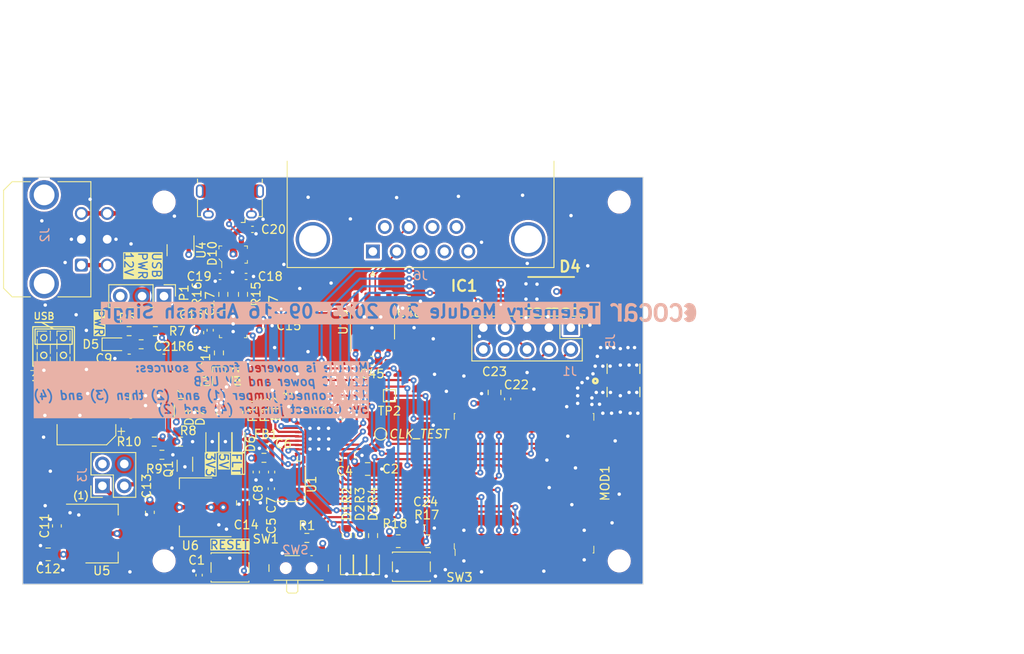
<source format=kicad_pcb>
(kicad_pcb (version 20221018) (generator pcbnew)
  (title_block (title "Telemetry Module") (date "2023-09-16") (rev "2.0") (company "EcoCar") (comment 1 "Abinash Singh"))
  (layers (0 "F.Cu" signal) (1 "In1.Cu" power) (2 "In2.Cu" power) (31 "B.Cu" signal) (34 "B.Paste" user) (35 "F.Paste" user) (36 "B.SilkS" user "B.Silkscreen") (37 "F.SilkS" user "F.Silkscreen") (38 "B.Mask" user) (39 "F.Mask" user) (44 "Edge.Cuts" user))
  (net 0 "")
  (net 1 "GND")
  (net 2 "/NRST")
  (net 3 "+3V3")
  (net 4 "+3.3VA")
  (net 5 "+5V")
  (net 6 "/Power Regulator/FUSE_OUT")
  (net 7 "Net-(C19-Pad2)")
  (net 8 "Net-(D7-A)")
  (net 9 "+12V")
  (net 10 "/BOOT0")
  (net 11 "/CAN_STBY")
  (net 12 "/XCLK")
  (net 13 "/UART2_USB_TX")
  (net 14 "/UART2_USB_RX")
  (net 15 "/SPI1_NSS")
  (net 16 "/SPI1_SCK")
  (net 17 "/SPI1_MISO")
  (net 18 "/SPI1_MOSI")
  (net 19 "/DIO0")
  (net 20 "/DIO1")
  (net 21 "/CAN_RX")
  (net 22 "/CAN_TX")
  (net 23 "/SX_RESET")
  (net 24 "/DIO2")
  (net 25 "/DIO3")
  (net 26 "Net-(D1-A)")
  (net 27 "Net-(D2-A)")
  (net 28 "Net-(D3-A)")
  (net 29 "Net-(D6-A)")
  (net 30 "Net-(D5-A)")
  (net 34 "unconnected-(J4-Shield-Pad6)")
  (net 35 "Net-(D6-K)")
  (net 36 "/Power Regulator/5V_UP")
  (net 38 "/DEBUG_SWO")
  (net 39 "/DEBUG_SWCLK")
  (net 40 "/DEBUG_SWDIO")
  (net 43 "Net-(D9-K)")
  (net 44 "/Power Regulator/I_{MON}")
  (net 45 "Net-(SW2A-B)")
  (net 46 "Net-(D8-A)")
  (net 47 "/Power Regulator/5V")
  (net 48 "/Power Regulator/12V")
  (net 49 "VBUS_UP")
  (net 51 "Net-(U2-PA10)")
  (net 52 "Net-(U2-PA9)")
  (net 53 "Net-(U2-PA1)")
  (net 57 "Net-(U3-EN{slash}UVLO)")
  (net 58 "Net-(U3-OVLO)")
  (net 59 "Net-(R10-Pad1)")
  (net 60 "Net-(U7-CBUS0)")
  (net 61 "/CAN Tranciever/CD+")
  (net 62 "/CAN Tranciever/CD-")
  (net 63 "/DIO4")
  (net 64 "/DIO5")
  (net 65 "Net-(U7-USBDP)")
  (net 66 "/USB Interface/RESET")
  (net 67 "/USB Interface/RTS")
  (net 68 "/USB Interface/CTS")
  (net 69 "Net-(U7-USBDM)")
  (net 70 "Net-(J5-In)")
  (net 71 "Net-(U2-PA8)")
  (net 73 "Net-(C18-Pad2)")
  (net 74 "Net-(J4-D+)")
  (net 75 "Net-(J4-D-)")
  (net 76 "/Power Regulator/~{FAULT}")
  (net 77 "/Power Regulator/FUSE_IN")
  (net 78 "Net-(U3-dV{slash}dT)")
  (net 79 "Net-(U2-PB4)")
  (net 80 "Net-(R17-Pad1)")
  (footprint "Resistor_SMD:R_0603_1608Metric" (layer "F.Cu") (at 114.3 103.251)
    (fp_text reference "R9")
    (fp_text value "1k1")
  )
  (footprint "LED_SMD:LED_0603_1608Metric" (layer "F.Cu") (at 120.142 101.473 90)
    (fp_text reference "D7")
    (fp_text value "BLUE")
  )
  (footprint "Resistor_SMD:R_0603_1608Metric" (layer "F.Cu") (at 123.712 84.628 90)
    (fp_text reference "R15")
    (fp_text value "27R")
  )
  (footprint "MountingHole:MountingHole_2.2mm_M2" (layer "F.Cu") (at 167.386 115.57)
    (fp_text reference "H2" hide)
    (fp_text value "MountingHole")
  )
  (footprint "TestPoint:TestPoint_Pad_D1.0mm" (layer "F.Cu") (at 139.7 100.838)
    (fp_text reference "TP1" hide)
    (fp_text value "CLK_TEST")
  )
  (footprint "Package_TO_SOT_SMD:SOT-223-3_TabPin2" (layer "F.Cu") (at 107.3146 112.395)
    (fp_text reference "U5")
    (fp_text value "AZ1117-3.3")
  )
  (footprint "Resistor_SMD:R_0603_1608Metric" (layer "F.Cu") (at 113.538 88.9)
    (fp_text reference "R7")
    (fp_text value "88k7")
  )
  (footprint "LED_SMD:LED_0603_1608Metric" (layer "F.Cu") (at 108.839 90.424)
    (fp_text reference "D5")
    (fp_text value "BLUE")
  )
  (footprint "Crystal:Crystal_SMD_3225-4Pin_3.2x2.5mm" (layer "F.Cu") (at 129.286 106.68 90)
    (fp_text reference "U1")
    (fp_text value "8MHz")
  )
  (footprint "Resistor_SMD:R_0603_1608Metric" (layer "F.Cu") (at 120.142 98.425 -90)
    (fp_text reference "R12")
    (fp_text value "260R")
  )
  (footprint "Resistor_SMD:R_0603_1608Metric" (layer "F.Cu") (at 113.411 101.727 180)
    (fp_text reference "R10")
    (fp_text value "10k")
  )
  (footprint "Resistor_SMD:R_0603_1608Metric" (layer "F.Cu") (at 126.1425 103.604 180)
    (fp_text reference "FB1")
    (fp_text value "600R")
  )
  (footprint "Capacitor_SMD:C_0402_1005Metric" (layer "F.Cu") (at 118.618 117.221 -90)
    (fp_text reference "C1")
    (fp_text value "100n")
  )
  (footprint "Capacitor_SMD:C_0805_2012Metric" (layer "F.Cu") (at 152.908 96.012 -90)
    (fp_text reference "C23")
    (fp_text value "10u")
  )
  (footprint "Button_Switch_SMD:SW_SPST_PTS810" (layer "F.Cu") (at 143.256 116.245 180)
    (fp_text reference "SW3")
    (fp_text value "GPSW")
  )
  (footprint "Capacitor_SMD:C_0402_1005Metric" (layer "F.Cu") (at 121.045 82.55)
    (fp_text reference "C19")
    (fp_text value "47p")
  )
  (footprint "Capacitor_SMD:C_0805_2012Metric" (layer "F.Cu") (at 123.698 108.839 -90)
    (fp_text reference "C14")
    (fp_text value "10u")
  )
  (footprint "MountingHole:MountingHole_2.2mm_M2" (layer "F.Cu") (at 114.554 73.914)
    (fp_text reference "H3" hide)
    (fp_text value "MountingHole")
  )
  (footprint "Capacitor_SMD:C_0603_1608Metric" (layer "F.Cu") (at 112.903 109.9312 -90)
    (fp_text reference "C13")
    (fp_text value "22u")
  )
  (footprint "Capacitor_SMD:CP_Elec_6.3x5.9" (layer "F.Cu") (at 105.537 98.679 180)
    (fp_text reference "C10")
    (fp_text value "100u")
  )
  (footprint "Capacitor_SMD:C_0402_1005Metric" (layer "F.Cu") (at 144.78 111.76 180)
    (fp_text reference "C24")
    (fp_text value "100n")
  )
  (footprint "Resistor_SMD:R_0603_1608Metric" (layer "F.Cu") (at 123.19 98.425 -90)
    (fp_text reference "R11")
    (fp_text value "120R")
  )
  (footprint "Resistor_SMD:R_0603_1608Metric" (layer "F.Cu") (at 121.666 98.425 -90)
    (fp_text reference "R13")
    (fp_text value "120R")
  )
  (footprint "LED_SMD:LED_0603_1608Metric" (layer "F.Cu") (at 123.19 101.473 90)
    (fp_text reference "D6")
    (fp_text value "RED")
  )
  (footprint "Resistor_SMD:R_0805_2012Metric" (layer "F.Cu") (at 141.732 113.284 180)
    (fp_text reference "R18")
    (fp_text value "10k")
  )
  (footprint "Capacitor_SMD:C_0603_1608Metric" (layer "F.Cu") (at 118.632 89.073 -90)
    (fp_text reference "C16")
    (fp_text value "4u7")
  )
  (footprint "LED_SMD:LED_0603_1608Metric" (layer "F.Cu") (at 137.287 115.67825 90)
    (fp_text reference "D2")
    (fp_text value "AMBER")
  )
  (footprint "Capacitor_SMD:C_0402_1005Metric" (layer "F.Cu") (at 126.111 88.265)
    (fp_text reference "C15")
    (fp_text value "100n")
  )
  (footprint "LED_SMD:LED_0603_1608Metric" (layer "F.Cu") (at 138.811 115.67825 90)
    (fp_text reference "D3")
    (fp_text value "AMBER")
  )
  (footprint "Capacitor_SMD:C_0603_1608Metric" (layer "F.Cu") (at 138.684 92.329)
    (fp_text reference "C45")
    (fp_text value "100n")
  )
  (footprint "Capacitor_SMD:C_0402_1005Metric" (layer "F.Cu") (at 119.902 88.791 -90)
    (fp_text reference "C17")
    (fp_text value "100n")
  )
  (footprint "Capacitor_SMD:C_0402_1005Metric" (layer "F.Cu") (at 127 107.188 -90)
    (fp_text reference "C5")
    (fp_text value "100n")
  )
  (footprint "Resistor_SMD:R_0805_2012Metric" (layer "F.Cu") (at 145.161 113.284 180)
    (fp_text reference "R17")
    (fp_text value "1k")
  )
  (footprint "Connector_PinHeader_2.54mm:PinHeader_2x02_P2.54mm_Vertical" (layer "F.Cu") (at 107.3912 106.8578 90)
    (fp_text reference "J3")
    (fp_text value "USB JMPR")
  )
  (footprint "Connector_Dsub:DSUB-9_Female_Horizontal_P2.77x2.84mm_EdgePinOffset7.70mm_Housed_MountingHolesOffset9.12mm" (layer "F.Cu") (at 138.786 79.652 180)
    (fp_text reference "J6")
    (fp_text value "Conn_01x09_Socket")
  )
  (footprint "footprints:USB_Micro-B_Amphenol_10118194_Horizontal" (layer "F.Cu") (at 122.19 73.944 180)
    (fp_text reference "J4" hide)
    (fp_text value "USB_B_Micro")
  )
  (footprint "Capacitor_SMD:C_0603_1608Metric" (layer "F.Cu") (at 143.002 85.344 180)
    (fp_text reference "C46")
    (fp_text value "100n")
  )
  (footprint "footprints:DIOM5436X265N" (layer "F.Cu") (at 159.48 84.4235 180)
    (fp_text reference "D4")
    (fp_text value "SMLVT3V3" hide)
  )
  (footprint "Resistor_SMD:R_0603_1608Metric" (layer "F.Cu") (at 121.426 84.628 90)
    (fp_text reference "R16")
    (fp_text value "27R")
  )
  (footprint "Button_Switch_SMD:SW_SPDT_PCM12" (layer "F.Cu") (at 130.175 116.078)
    (fp_text reference "SW2")
    (fp_text value "BOOT0")
  )
  (footprint "Capacitor_SMD:C_0805_2012Metric" (layer "F.Cu") (at 101.092 114.808 180)
    (fp_text reference "C12")
    (fp_text value "10u")
  )
  (footprint "Resistor_SMD:R_0603_1608Metric" (layer "F.Cu") (at 135.763 112.63025 90)
    (fp_text reference "R2")
    (fp_text value "260R")
  )
  (footprint "footprints:TAOGLAS_EMPCB.SMAFSTJ.B.HT" (layer "F.Cu") (at 167.4995 94.61225 90)
    (fp_text reference "J5")
    (fp_text value "Conn_Coaxial")
  )
  (footprint "footprints:SOT65P210X110-5N" (layer "F.Cu") (at 152.688 84.7895 180)
    (fp_text reference "IC1")
    (fp_text value "ESDALC6V1W5" hide)
  )
  (footprint "footprints:Molex_Micro-Fit_3.0_43045-0621_2x03-1MP_P3.00mm_Horizontal" (layer "F.Cu") (at 104.947 81.232 90)
    (fp_text reference "J2")
    (fp_text value "Fuel Cell Connector")
  )
  (footprint "LED_SMD:LED_0603_1608Metric" (layer "F.Cu") (at 120.918 94.534 -90)
    (fp_text reference "D9")
    (fp_text value "AMBER")
  )
  (footprint "Resistor_SMD:R_0603_1608Metric" (layer "F.Cu") (at 116.459 101.727)
    (fp_text reference "R8")
    (fp_text value "47k")
  )
  (footprint "Resistor_SMD:R_0603_1608Metric" (layer "F.Cu") (at 138.811 112.63025 90)
    (fp_text reference "R4")
    (fp_text value "260R")
  )
  (footprint "Package_TO_SOT_SMD:SOT-223-3_TabPin2" (layer "F.Cu") (at 118.237 109.347 180)
    (fp_text reference "U6")
    (fp_text value "AZ1117-5.0")
  )
  (footprint "TestPoint:TestPoint_Pad_1.0x1.0mm" (layer "F.Cu") (at 140.716 96.393)
    (fp_text reference "TP2")
    (fp_text value "GPIO")
  )
  (footprint "LED_SMD:LED_0603_1608Metric" (layer "F.Cu") (at 135.763 115.67825 90)
    (fp_text reference "D1")
    (fp_text value "GREEN")
  )
  (footprint "Resistor_SMD:R_0603_1608Metric" (layer "F.Cu") (at 110.49 88.9 180)
    (fp_text reference "R5")
    (fp_text value "150R")
  )
  (footprint "Capacitor_SMD:C_0805_2012Metric" (layer "F.Cu") (at 138.176 104.902)
    (fp_text reference "C2")
    (fp_text value "10u")
  )
  (footprint "digikey-footprints:SOT23-6L" (layer "F.Cu") (at 122.569 80.01)
    (fp_text reference "D10")
    (fp_text value "USBLC6-2SC6")
  )
  (footprint "Resistor_SMD:R_0603_1608Metric" (layer "F.Cu") (at 137.287 112.63025 90)
    (fp_text reference "R3")
    (fp_text value "260R")
  )
  (footprint "Connector_PinHeader_2.54mm:PinHeader_2x05_P2.54mm_Vertical" (layer "F.Cu") (at 161.766 88.4875 -90)
    (fp_text reference "J1")
    (fp_text value "Conn_02x05_Top_Bottom")
  )
  (footprint "Capacitor_SMD:C_0402_1005Metric" (layer "F.Cu") (at 128.9365 98.651 90)
    (fp_text reference "C3")
    (fp_text value "100n")
  )
  (footprint "Capacitor_SMD:C_0603_1608Metric" (layer "F.Cu") (at 114.554 92.075)
    (fp_text reference "C21")
    (fp_text value "2n2")
  )
  (footprint "Capacitor_SMD:C_0402_1005Metric" (layer "F.Cu") (at 125.2535 105.255 -90)
    (fp_text reference "C8")
    (fp_text value "1u")
  )
  (footprint "Connector_PinHeader_2.54mm:PinHeader_1x03_P2.54mm_Vertical" (layer "F.Cu") (at 114.539 84.836 -90)
    (fp_text reference "JP1")
    (fp_text value "Power In")
  )
  (footprint "digikey-footprints:RF_Module_COM-13909" (layer "F.Cu") (at 156.337 106.553 90)
    (fp_text reference "MOD1")
    (fp_text value "COM-13909")
  )
  (footprint "Package_SO:SOIC-8-1EP_3.9x4.9mm_P1.27mm_EP2.29x3mm" (layer "F.Cu") (at 138.74 87.858 90)
    (fp_text reference "U10")
    (fp_text value "MCP2542FD-E/SN")
  )
  (footprint "Capacitor_SMD:C_0402_1005Metric" (layer "F.Cu") (at 124.813 77.089 180)
    (fp_text reference "C20")
    (fp_text value "100n")
  )
  (footprint "Capacitor_SMD:C_0603_1608Metric" (layer "F.Cu") (at 102.108 111.506 90)
    (fp_text reference "C11")
    (fp_text value "22u")
  )
  (footprint "MountingHole:MountingHole_2.2mm_M2" (layer "F.Cu") (at 114.554 115.57)
    (fp_text reference "H4" hide)
    (fp_text value "MountingHole")
  )
  (footprint "Button_Switch_SMD:SW_SPST_PTS810" (layer "F.Cu") (at 122.202202 116.332)
    (fp_text reference "SW1")
    (fp_text value "RESET")
  )
  (footprint "MountingHole:MountingHole_2.2mm_M2" (layer "F.Cu") (at 167.386 73.914)
    (fp_text reference "H1" hide)
    (fp_text value "MountingHole")
  )
  (footprint "Capacitor_SMD:C_0402_1005Metric" (layer "F.Cu") (at 127.0315 105.255 -90)
    (fp_text reference "C7")
    (fp_text value "1u")
  )
  (footprint "Capacitor_SMD:C_0402_1005Metric" (layer "F.Cu") (at 154.432 96.774 90)
    (fp_text reference "C22")
    (fp_text value "100n")
  )
  (footprint "Package_SO:TI_SO-PowerPAD-8" (layer "F.Cu") (at 113.157 96.915 -90)
    (fp_text reference "U3")
    (fp_text value "TPS2596")
  )
  (footprint "Package_TO_SOT_SMD:SOT-23" (layer "F.Cu") (at 116.459 79.502 -90)
    (fp_text reference "U4")
    (fp_text value "BAT54CTA")
  )
  (footprint "Capacitor_SMD:C_0402_1005Metric" (layer "F.Cu") (at 126.5235 102.334 180)
    (fp_text reference "C6")
    (fp_text value "10n")
  )
  (footprint "Capacitor_SMD:C_0603_1608Metric" (layer "F.Cu") (at 110.503 92.075 180)
    (fp_text reference "C9")
    (fp_text value "100n")
  )
  (footprint "Capacitor_SMD:C_0402_1005Metric" (layer "F.Cu") (at 124.067 82.55 180)
    (fp_text reference "C18")
    (fp_text value "47p")
  )
  (footprint "Resistor_SMD:R_0603_1608Metric" (layer "F.Cu") (at 131.127 112.903)
    (fp_text reference "R1")
    (fp_text value "10k")
  )
  (footprint "digikey-footprints:DFN-12-1EP_3x3mm" (layer "F.Cu") (at 122.569 88.057 -90)
    (fp_text reference "U7")
    (fp_text value "FT234XD-R")
  )
  (footprint "Package_DFN_QFN:QFN-32-1EP_5x5mm_P0.5mm_EP3.45x3.45mm" (layer "F.Cu") (at 132.595 101.374)
    (fp_text reference "U2")
    (fp_text value "STM32L432KBU6")
  )
  (footprint "Resistor_SMD:R_0603_1608Metric" (layer "F.Cu") (at 120.918 91.423 -90)
    (fp_text reference "R14")
    (fp_text value "260R")
  )
  (footprint "Package_TO_SOT_SMD:SOT-523" (layer "F.Cu") (at 116.967 104.521 -90)
    (fp_text reference "Q1")
    (fp_text value "NMOS")
  )
  (footprint "Capacitor_SMD:C_0402_1005Metric" (layer "F.Cu") (at 136.779 103.251)
    (fp_text reference "C4")
    (fp_text value "100n")
  )
  (footprint "LED_SMD:LED_0603_1608Metric" (layer "F.Cu") (at 121.666 101.473 90)
    (fp_text reference "D8")
    (fp_text value "BLUE")
  )
  (footprint "Resistor_SMD:R_0603_1608Metric" (layer "F.Cu") (at 111.887 90.424 180)
    (fp_text reference "R6")
    (fp_text value "374k")
  )
  (footprint "LOGO" (layer "B.Cu") (at 171.323 86.741 180)
    (fp_text reference "G***" hide)
    (fp_text value "LOGO" hide)
  )
  (gr_rect (start 99.568 88.646) (end 103.886 90.424) (stroke (width 0.15)) (fill none) (layer "F.SilkS"))
  (gr_line (start 101.727 88.646) (end 100.33 87.884) (stroke (width 0.15)) (layer "F.SilkS"))
  (gr_rect (start 99.822 88.9) (end 101.346 92.456) (stroke (width 0.1) (type dash)) (fill none) (layer "F.SilkS"))
  (gr_line (start 100.33 93.472) (end 100.584 92.456) (stroke (width 0.1)) (layer "F.SilkS"))
  (gr_rect (start 99.314 88.392) (end 104.14 92.964) (stroke (width 0.15)) (fill none) (layer "F.SilkS"))
  (gr_rect (start 102.108 88.9) (end 103.632 92.456) (stroke (width 0.1) (type dash)) (fill none) (layer "F.SilkS"))
  (gr_circle (center 100.584 89.662) (end 100.838 89.916) (stroke (width 0.15)) (fill none) (layer "F.SilkS"))
  (gr_circle (center 102.87 91.694) (end 103.124 91.948) (stroke (width 0.15)) (fill none) (layer "F.SilkS"))
  (gr_line (start 99.568 87.884) (end 101.6 87.884) (stroke (width 0.15)) (layer "F.SilkS"))
  (gr_circle (center 102.87 89.662) (end 103.124 89.916) (stroke (width 0.15)) (fill none) (layer "F.SilkS"))
  (gr_line (start 99.06 93.472) (end 101.6 93.472) (stroke (width 0.1) (type dash)) (layer "F.SilkS"))
  (gr_circle (center 100.584 91.694) (end 100.838 91.948) (stroke (width 0.15)) (fill none) (layer "F.SilkS"))
  (gr_line (start 102.87 92.456) (end 100.33 93.472) (stroke (width 0.1)) (layer "F.SilkS"))
  (gr_rect (start 98.14 71.03) (end 170.149 118.274) (stroke (width 0.1)) (fill none) (layer "Edge.Cuts"))
  (gr_text "Module is powered from 2 sources:\n12V FC power and 5V USB\n12V: connect jumper (1) and (2) then (3) and (4)\n5V: Connect jumper (4) and (2)" (at 138.43 98.552) (layer "B.SilkS" knockout) (effects (font (size 1 1) (thickness 0.2) bold italic) (justify left bottom mirror)))
  (gr_text "Telemetry Module ${REVISION} ${ISSUE_DATE} ${COMMENT1}" (at 165.227 87.503) (layer "B.SilkS" knockout) (effects (font (size 1.5 1.5) (thickness 0.3) bold) (justify left bottom mirror)))
  (gr_text "12V" (at 99.06 94.742) (layer "F.SilkS") (effects (font (size 0.8 0.8)) (justify left bottom)))
  (gr_text "PWR" (at 106.426 86.233 -90) (layer "F.SilkS" knockout) (effects (font (size 1 1) (thickness 0.16) bold) (justify left bottom)))
  (gr_text "USB" (at 99.314 87.63) (layer "F.SilkS") (effects (font (size 0.8 0.8)) (justify left bottom)))
  (gr_text "3V3" (at 119.3276 102.9072 270) (layer "F.SilkS" knockout) (effects (font (size 1 1) (thickness 0.16) bold) (justify left bottom)))
  (gr_text "(1)" (at 103.886 108.458) (layer "F.SilkS") (effects (font (size 0.8 0.8)) (justify left bottom)))
  (gr_text "RESET" (at 119.761 114.3) (layer "F.SilkS" knockout) (effects (font (size 1 1) (thickness 0.16) bold) (justify left bottom)))
  (gr_text "~{FLT}" (at 122.3756 102.958 270) (layer "F.SilkS" knockout) (effects (font (size 1 1) (thickness 0.16) bold) (justify left bottom)))
  (gr_text "USB" (at 122.428 92.964 270) (layer "F.SilkS" knockout) (effects (font (size 1 1) (thickness 0.16) bold) (justify left bottom)))
  (gr_text "USB\nPWR\n12V" (at 109.855 79.629 270) (layer "F.SilkS" knockout) (effects (font (size 1 1)) (justify left bottom)))
  (gr_text "5V" (at 120.877 102.958 270) (layer "F.SilkS" knockout) (effects (font (size 1 1) (thickness 0.16) bold) (justify left bottom)))
  (segment (start 146.022 117.32) (end 146.05 117.348) (width 0.5) (layer "F.Cu") (net 1))
  (segment (start 127 106.172) (end 127 106.708) (width 0.5) (layer "F.Cu") (net 1))
  (segment (start 167.4995 91.84225) (end 164.86725 91.84225) (width 0.3424) (layer "F.Cu") (net 1))
  (segment (start 145.26 111.76) (end 145.923 111.76) (width 0.5) (layer "F.Cu") (net 1))
  (segment (start 138.079 88.519) (end 138.684 88.519) (width 0.5) (layer "F.Cu") (net 1))
  (segment (start 130.136 105.58) (end 130.136 105.68) (width 0.3) (layer "F.Cu") (net 1))
  (segment (start 127.925 114.648) (end 128.237 114.648) (width 0.5) (layer "F.Cu") (net 1))
  (segment (start 137.287 116.46575) (end 137.287 117.094) (width 0.5) (layer "F.Cu") (net 1))
  (segment (start 121.019 88.732) (end 121.894 88.732) (width 0.2) (layer "F.Cu") (net 1))
  (segment (start 122.569 88.057) (end 122.569 88.057) (width 0.2) (layer "F.Cu") (net 1))
  (segment (start 125.6143 102.504051) (end 125.784351 102.334) (width 0.5) (layer "F.Cu") (net 1))
  (segment (start 122.503 81.226) (end 122.569 81.16) (width 0.5) (layer "F.Cu") (net 1))
  (segment (start 167.4995 97.38225) (end 167.4995 96.4065) (width 0.3424) (layer "F.Cu") (net 1))
  (segment (start 137.522548 103.3205) (end 137.3285 103.3205) (width 0.5) (layer "F.Cu") (net 1))
  (segment (start 167.4995 90.9455) (end 167.513 90.932) (width 0.3424) (layer "F.Cu") (net 1))
  (segment (start 138.105 90.333) (end 138.105 88.493) (width 0.5) (layer "F.Cu") (net 1))
  (segment (start 141.295471 117.480204) (end 141.158133 117.342866) (width 0.25) (layer "F.Cu") (net 1))
  (segment (start 138.684 87.914) (end 138.74 87.858) (width 0.5) (layer "F.Cu") (net 1))
  (segment (start 161.337 99.353) (end 161.337 97.71) (width 0.3424) (layer "F.Cu") (net 1))
  (segment (start 140.363 117.32) (end 140.335 117.348) (width 0.5) (layer "F.Cu") (net 1))
  (segment (start 144.3095 85.4335) (end 144.22 85.344) (width 0.5) (layer "F.Cu") (net 1))
  (segment (start 149.337 113.753) (end 149.337 115.555) (width 0.3424) (layer "F.Cu") (net 1))
  (segment (start 123.241175 108.9885) (end 123.698 109.445325) (width 0.5) (layer "F.Cu") (net 1))
  (segment (start 134.535264 103.7835) (end 134.345 103.7835) (width 0.3) (layer "F.Cu") (net 1))
  (segment (start 163.337 113.753) (end 163.337 115.428) (width 0.3424) (layer "F.Cu") (net 1))
  (segment (start 137.909 92.329) (end 138.4095 92.329) (width 0.5) (layer "F.Cu") (net 1))
  (segment (start 121.894 88.732) (end 122.1375 88.4885) (width 0.2) (layer "F.Cu") (net 1))
  (segment (start 100.142 115.763) (end 100.203 115.824) (width 0.5) (layer "F.Cu") (net 1))
  (segment (start 151.606 89.053) (end 151.1555 89.5035) (width 0.5) (layer "F.Cu") (net 1))
  (segment (start 117.983 116.731298) (end 118.608298 116.731298) (width 0.5) (layer "F.Cu") (net 1))
  (segment (start 157.28 84.1285) (end 156.559 83.4075) (width 0.5) (layer "F.Cu") (net 1))
  (segment (start 128.237 114.648) (end 128.27 114.681) (width 0.5) (layer "F.Cu") (net 1))
  (segment (start 116.967 104.650738) (end 116.967443 104.650295) (width 0.5) (layer "F.Cu") (net 1))
  (segment (start 102.737 98.679) (end 100.711 98.679) (width 0.5) (layer "F.Cu") (net 1))
  (segment (start 141.181 117.32) (end 140.363 117.32) (width 0.5) (layer "F.Cu") (net 1))
  (segment (start 121.666 101.7225) (end 121.666 102.2605) (width 0.5) (layer "F.Cu") (net 1))
  (segment (start 130.556 98.044) (end 130.845 98.333) (width 0.254) (layer "F.Cu") (net 1))
  (segment (start 112.506942 110.192661) (end 112.506942 110.310142) (width 0.5) (layer "F.Cu") (net 1))
  (segment (start 101.346 110.744) (end 102.095 110.744) (width 0.5) (layer "F.Cu") (net 1))
  (segment (start 167.4995 91.84225) (end 167.4995 90.9455) (width 0.3424) (layer "F.Cu") (net 1))
  (segment (start 134.585899 103.834135) (end 134.535264 103.7835) (width 0.3) (layer "F.Cu") (net 1))
  (segment (start 120.565 83.0255) (end 120.565 82.55) (width 0.3493) (layer "F.Cu") (net 1))
  (segment (start 120.142 102.2605) (end 120.142 101.7225) (width 0.5) (layer "F.Cu") (net 1))
  (segment (start 125.2815 106.1125) (end 125.2815 105.763) (width 0.5) (layer "F.Cu") (net 1))
  (segment (start 115.329 92.075) (end 115.329 93.868) (width 0.5) (layer "F.Cu") (net 1))
  (segment (start 138.139402 90.452) (end 138.117151 90.474251) (width 0.5) (layer "F.Cu") (net 1))
  (segment (start 122.1375 88.4885) (end 122.1375 88.057) (width 0.2) (layer "F.Cu") (net 1))
  (segment (start 118.608298 116.731298) (end 118.618 116.741) (width 0.5) (layer "F.Cu") (net 1))
  (segment (start 117.284 101.727) (end 117.856 101.727) (width 0.5) (layer "F.Cu") (net 1))
  (segment (start 167.4995 91.84225) (end 167.4995 92.8235) (width 0.3424) (layer "F.Cu") (net 1))
  (segment (start 104.947 78.232) (end 107.947 78.232) (width 0.5) (layer "F.Cu") (net 1))
  (segment (start 145.331 117.32) (end 145.170796 117.480204) (width 0.25) (layer "F.Cu") (net 1))
  (segment (start 167.4995 96.4065) (end 167.513 96.393) (width 0.3424) (layer "F.Cu") (net 1))
  (segment (start 129.032 97.663) (end 128.9365 97.7585) (width 0.5) (layer "F.Cu") (net 1))
  (segment (start 107.947 78.232) (end 108.966 78.232) (width 0.5) (layer "F.Cu") (net 1))
  (segment (start 164.86725 91.84225) (end 164.846 91.821) (width 0.3424) (layer "F.Cu") (net 1))
  (segment (start 138.684 88.519) (end 138.684 87.914) (width 0.5) (layer "F.Cu") (net 1))
  (segment (start 115.062 95.1825) (end 113.932 96.3125) (width 0.5) (layer "F.Cu") (net 1))
  (segment (start 125.222 106.172) (end 125.2815 106.1125) (width 0.5) (layer "F.Cu") (net 1))
  (segment (start 163.337 112.029) (end 163.322 112.014) (width 0.3424) (layer "F.Cu") (net 1))
  (segment (start 138.811 116.46575) (end 138.811 117.094) (width 0.5) (layer "F.Cu") (net 1))
  (segment (start 138.105 88.493) (end 138.079 88.519) (width 0.5) (layer "F.Cu") (net 1))
  (segment (start 128.9365 97.7585) (end 128.9365 98.171) (width 0.5) (layer "F.Cu") (net 1))
  (segment (start 104.947 78.232) (end 103.7875 78.232) (width 0.5) (layer "F.Cu") (net 1))
  (segment (start 129.136 106.68) (end 127.028 106.68) (width 0.3) (layer "F.Cu") (net 1))
  (segment (start 165.1 97.38225) (end 167.4995 97.38225) (width 0.3424) (layer "F.Cu") (net 1))
  (segment (start 157.829 83.460877) (end 157.829 85.1855) (width 0.5) (layer "F.Cu") (net 1))
  (segment (start 130.136 105.68) (end 129.136 106.68) (width 0.3) (layer "F.Cu") (net 1))
  (segment (start 127.0315 106.1405) (end 127 106.172) (width 0.5) (layer "F.Cu") (net 1))
  (segment (start 145.331 117.32) (end 146.022 117.32) (width 0.5) (layer "F.Cu") (net 1))
  (segment (start 124.277202 115.257) (end 120.127202 115.257) (width 0.5) (layer "F.Cu") (net 1))
  (segment (start 125.293 77.089) (end 125.293 77.526) (width 0.5) (layer "F.Cu") (net 1))
  (segment (start 116.967 105.166) (end 116.967 104.650738) (width 0.5) (layer "F.Cu") (net 1))
  (segment (start 145.4065 117.2445) (end 145.331 117.32) (width 0.25) (layer "F.Cu") (net 1))
  (segment (start 124.9315 82.55) (end 124.547 82.55) (width 0.3493) (layer "F.Cu") (net 1))
  (segment (start 100.142 113.853) (end 100.203 113.792) (width 0.5) (layer "F.Cu") (net 1))
  (segment (start 161.337 99.353) (end 161.337 101.012) (width 0.3424) (layer "F.Cu") (net 1))
  (segment (start 125.784351 102.334) (end 126.0435 102.334) (width 0.5) (layer "F.Cu") (net 1))
  (segment (start 157.842877 83.447) (end 157.829 83.460877) (width 0.5) (layer "F.Cu") (net 1))
  (segment (start 139.126 104.902) (end 139.827 104.902) (width 0.5) (layer "F.Cu") (net 1))
  (segment (start 122.503 82.042) (end 122.503 81.226) (width 0.5) (layer "F.Cu") (net 1))
  (segment (start 161.337 97.71) (end 161.29 97.663) (width 0.3424) (layer "F.Cu") (net 1))
  (segment (start 100.142 114.808) (end 100.142 115.763) (width 0.5) (layer "F.Cu") (net 1))
  (segment (start 163.337 115.428) (end 163.322 115.443) (width 0.3424) (layer "F.Cu") (net 1))
  (segment (start 123.698 109.445325) (end 123.698 109.789) (width 0.5) (layer "F.Cu") (net 1))
  (segment (start 127.0895 88.265) (end 126.591 88.265) (width 0.5) (layer "F.Cu") (net 1))
  (segment (start 167.4995 98.2845) (end 167.513 98.298) (width 0.3424) (layer "F.Cu") (net 1))
  (segment (start 130.845 98.333) (end 130.845 98.9365) (width 0.254) (layer "F.Cu") (net 1))
  (segment (start 167.4995 92.8235) (end 167.513 92.837) (width 0.3424) (layer "F.Cu") (net 1))
  (segment (start 135.763 116.46575) (end 135.763 117.094) (width 0.5) (layer "F.Cu") (net 1))
  (segment (start 161.337 101.012) (end 161.417 101.092) (width 0.3424) (layer "F.Cu") (net 1))
  (segment (start 125.293 77.526) (end 125.222 77.597) (width 0.5) (layer "F.Cu") (net 1))
  (segment (start 112.506942 110.310142) (end 112.903 110.7062) (width 0.5) (layer "F.Cu") (net 1))
  (segment (start 127.028 106.68) (end 127 106.708) (width 0.3) (layer "F.Cu") (net 1))
  (segment (start 108.839 92.075) (end 109.728 92.075) (width 0.5) (layer "F.Cu") (net 1))
  (segment (start 120.4865 83.104) (end 120.565 83.0255) (width 0.3493) (layer "F.Cu") (net 1))
  (segment (start 149.337 113.753) (end 149.337 112.029) (width 0.3424) (layer "F.Cu") (net 1))
  (segment (start 115.062 94.135) (end 115.062 95.1825) (width 0.5) (layer "F.Cu") (net 1))
  (segment (start 137.3285 103.3205) (end 137.259 103.251) (width 0.5) (layer "F.Cu") (net 1))
  (segment (start 102.095 110.744) (end 102.108 110.731) (width 0.5) (layer "F.Cu") (net 1))
  (segment (start 167.4995 97.38225) (end 167.4995 98.2845) (width 0.3424) (layer "F.Cu") (net 1))
  (segment (start 145.170796 117.480204) (end 141.295471 117.480204) (width 0.25) (layer "F.Cu") (net 1))
  (segment (start 163.337 113.753) (end 163.337 112.029) (width 0.3424) (layer "F.Cu") (net 1))
  (segment (start 115.125 103.251) (end 115.57 103.251) (width 0.5) (layer "F.Cu") (net 1))
  (segment (start 149.337 112.029) (end 149.352 112.014) (width 0.3424) (layer "F.Cu") (net 1))
  (segment (start 149.337 115.555) (end 149.352 115.57) (width 0.3424) (layer "F.Cu") (net 1))
  (segment (start 102.737 98.679) (end 104.775 98.679) (width 0.5) (layer "F.Cu") (net 1))
  (segment (start 127.0315 105.735) (end 127.0315 106.1405) (width 0.5) (layer "F.Cu") (net 1))
  (segment (start 100.142 114.808) (end 100.142 113.853) (width 0.5) (layer "F.Cu") (net 1))
  (segment (start 122.1375 88.057) (end 122.569 88.057) (width 0.2) (layer "F.Cu") (net 1))
  (segment (start 144.22 85.344) (end 143.777 85.344) (width 0.5) (layer "F.Cu") (net 1))
  (segment (start 151.606 88.4875) (end 151.606 89.053) (width 0.5) (layer "F.Cu") (net 1))
  (segment (start 108.966 92.075) (end 108.839 92.075) (width 0.5) (layer "F.Cu") (net 1))
  (segment (start 157.28 84.4235) (end 157.28 84.1285) (width 0.5) (layer "F.Cu") (net 1))
  (segment (start 115.329 93.868) (end 115.062 94.135) (width 0.5) (layer "F.Cu") (net 1))
  (segment (start 156.559 85.1855) (end 156.559 83.4075) (width 0.5) (layer "F.Cu") (net 1))
  (via (at 118.172649 83.702481) (size 0.8) (drill 0.4) (layers "F.Cu" "B.Cu") (net 1))
  (via (at 166.915221 101.637254) (size 0.8) (drill 0.4) (layers "F.Cu" "B.Cu") (net 1))
  (via (at 139.827 104.902) (size 0.8) (drill 0.4) (layers "F.Cu" "B.Cu") (net 1))
  (via (at 125.6143 102.504051) (size 0.8) (drill 0.4) (layers "F.Cu" "B.Cu") (net 1))
  (via (at 122.503 82.042) (size 0.8) (drill 0.4) (layers "F.Cu" "B.Cu") (net 1))
  (via (at 108.839 92.075) (size 0.8) (drill 0.4) (layers "F.Cu" "B.Cu") (net 1))
  (via (at 103.632 109.982) (size 0.8) (drill 0.4) (layers "F.Cu" "B.Cu") (net 1))
  (via (at 161.29 97.663) (size 0.8) (drill 0.4) (layers "F.Cu" "B.Cu") (net 1))
  (via (at 168.529 96.012) (size 0.8) (drill 0.4) (layers "F.Cu" "B.Cu") (net 1))
  (via (at 118.714625 90.823081) (size 0.8) (drill 0.4) (layers "F.Cu" "B.Cu") (net 1))
  (via (at 125.722882 108.83224) (size 0.8) (drill 0.4) (layers "F.Cu" "B.Cu") (net 1))
  (via (at 147.32 95.885) (size 0.8) (drill 0.4) (layers "F.Cu" "B.Cu") (net 1))
  (via (at 147.193 116.586) (size 0.8) (drill 0.4) (layers "F.Cu" "B.Cu") (net 1))
  (via (at 136.176711 75.872846) (size 0.8) (drill 0.4) (layers "F.Cu" "B.Cu") (net 1))
  (via (at 157.842877 83.447) (size 0.8) (drill 0.4) (layers "F.Cu" "B.Cu") (net 1))
  (via (at 165.1 97.38225) (size 0.8) (drill 0.4) (layers "F.Cu" "B.Cu") (net 1))
  (via (at 163.982935 88.189075) (size 0.8) (drill 0.4) (layers "F.Cu" "B.Cu") (net 1))
  (via (at 101.346 110.744) (size 0.8) (drill 0.4) (layers "F.Cu" "B.Cu") (net 1))
  (via (at 156.689443 93.70046) (size 0.8) (drill 0.4) (layers "F.Cu" "B.Cu") (net 1))
  (via (at 159.099 87.2175) (size 0.8) (drill 0.4) (layers "F.Cu" "B.Cu") (net 1))
  (via (at 165.989 90.805) (size 0.8) (drill 0.4) (layers "F.Cu" "B.Cu") (net 1))
  (via (at 157.48 95.631) (size 0.8) (drill 0.4) (layers "F.Cu" "B.Cu") (net 1))
  (via (at 124.9315 82.55) (size 0.8) (drill 0.4) (layers "F.Cu" "B.Cu") (net 1))
  (via (at 140.335 117.348) (size 0.8) (drill 0.4) (layers "F.Cu" "B.Cu") (net 1))
  (via (at 121.666 101.7225) (size 0.8) (drill 0.4) (layers "F.Cu" "B.Cu") (net 1))
  (via (at 103.061494 80.929222) (size 0.8) (drill 0.4) (layers "F.Cu" "B.Cu") (net 1))
  (via (at 134.585899 103.834135) (size 0.7) (drill 0.3) (layers "F.Cu" "B.Cu") (net 1))
  (via (at 166.330503 92.964) (size 0.8) (drill 0.4) (layers "F.Cu" "B.Cu") (net 1))
  (via (at 138.811 117.094) (size 0.8) (drill 0.4) (layers "F.Cu" "B.Cu") (net 1))
  (via (at 143.910398 111.03515) (size 0.8) (drill 0.4) (layers "F.Cu" "B.Cu") (net 1))
  (via (at 100.203 115.824) (size 0.8) (drill 0.4) (layers "F.Cu" "B.Cu") (net 1))
  (via (at 149.352 94.107) (size 0.8) (drill 0.4) (layers "F.Cu" "B.Cu") (net 1))
  (via (at 138.4095 92.329) (size 0.8) (drill 0.4) (layers "F.Cu" "B.Cu") (net 1))
  (via (at 120.142 101.7225) (size 0.8) (drill 0.4) (layers "F.Cu" "B.Cu") (net 1))
  (via (at 165.481 92.964) (size 0.8) (drill 0.4) (layers "F.Cu" "B.Cu") (net 1))
  (via (at 168.529 92.837) (size 0.8) (drill 0.4) (layers "F.Cu" "B.Cu") (net 1))
  (via (at 162.56 95.504) (size 0.8) (drill 0.4) (layers "F.Cu" "B.Cu") (net 1))
  (via (at 115.749048 75.547243) (size 0.8) (drill 0.4) (layers "F.Cu" "B.Cu") (net 1))
  (via (at 138.684 88.519) (size 0.8) (drill 0.4) (layers "F.Cu" "B.Cu") (net 1))
  (via (at 104.34 86.995) (size 0.8) (drill 0.4) (layers "F.Cu" "B.Cu") (net 1))
  (via (at 158.633141 116.760954) (size 0.8) (drill 0.4) (layers "F.Cu" "B.Cu") (net 1))
  (via (at 151.399571 116.841428) (size 0.8) (drill 0.4) (layers "F.Cu" "B.Cu") (net 1))
  (via (at 133.936982 83.316425) (size 0.8) (drill 0.4) (layers "F.Cu" "B.Cu") (net 1))
  (via (at 100.711 98.679) (size 0.8) (drill 0.4) (layers "F.Cu" "B.Cu") (net 1))
  (via (at 105.679426 96.13644) (size 0.8) (drill 0.4) (layers "F.Cu" "B.Cu") (net 1))
  (via (at 117.856 101.727) (size 0.8) (drill 0.4) (layers "F.Cu" "B.Cu") (net 1))
  (via (at 159.258 107.061) (size 0.8) (drill 0.4) (layers "F.Cu" "B.Cu") (net 1))
  (via (at 162.56 96.393) (size 0.8) (drill 0.4) (layers "F.Cu" "B.Cu") (net 1))
  (via (at 146.05 117.348) (size 0.8) (drill 0.4) (layers "F.Cu" "B.Cu") (net 1))
  (via (at 129.032 97.663) (size 0.8) (drill 0.4) (layers "F.Cu" "B.Cu") (net 1))
  (via (at 137.522548 103.3205) (size 0.8) (drill 0.4) (layers "F.Cu" "B.Cu") (net 1))
  (via (at 100.746655 109.159931) (size 0.8) (drill 0.4) (layers "F.Cu" "B.Cu") (net 1))
  (via (at 122.174 115.257) (size 0.8) (drill 0.4) (layers "F.Cu" "B.Cu") (net 1))
  (via (at 110.584406 116.841663) (size 0.8) (drill 0.4) (layers "F.Cu" "B.Cu") (net 1))
  (via (at 115.46285 114.074267) (size 0.8) (drill 0.4) (layers "F.Cu" "B.Cu") (net 1))
  (via (at 169.418 96.012) (size 0.8) (drill 0.4) (layers "F.Cu" "B.Cu") (net 1))
  (via (at 131.4765 100.175) (size 0.8) (drill 0.4) (layers "F.Cu" "B.Cu") (net 1))
  (via (at 131.4765 102.588) (size 0.8) (drill 0.4) (layers "F.Cu" "B.Cu") (net 1))
  (via (at 130.048 93.853) (size 0.8) (drill 0.4) (layers "F.Cu" "B.Cu") (net 1))
  (via (at 161.787756 75.483293) (size 0.8) (drill 0.4) (layers "F.Cu" "B.Cu") (net 1))
  (via (at 104.648 110.236) (size 0.8) (drill 0.4) (layers "F.Cu" "B.Cu") (net 1))
  (via (at 164.211 97.409) (size 0.8) (drill 0.4) (layers "F.Cu" "B.Cu") (net 1))
  (via (at 156.166098 73.121614) (size 0.8) (drill 0.4) (layers "F.Cu" "B.Cu") (net 1))
  (via (at 127.381 90.805) (size 0.8) (drill 0.4) (layers "F.Cu" "B.Cu") (net 1))
  (via (at 110.713412 78.771309) (size 0.8) (drill 0.4) (layers "F.Cu" "B.Cu") (net 1))
  (via (at 126.040977 75.910635) (size 0.8) (drill 0.4) (layers "F.Cu" "B.Cu") (net 1))
  (via (at 128.456175 81.15281) (size 0.8) (drill 0.4) (layers "F.Cu" "B.Cu") (net 1))
  (via (at 162.306 104.775) (size 0.8) (drill 0.4) (layers "F.Cu" "B.Cu") (net 1))
  (via (at 167.386 107.823) (size 0.8) (drill 0.4) (layers "F.Cu" "B.Cu") (net 1))
  (via (at 151.1555 89.5035) (size 0.8) (drill 0.4) (layers "F.Cu" "B.Cu") (net 1))
  (via (at 166.37 96.012) (size 0.8) (drill 0.4) (layers "F.Cu" "B.Cu") (net 1))
  (via (at 144.3095 85.4335) (size 0.8) (drill 0.4) (layers "F.Cu" "B.Cu") (net 1))
  (via (at 129.921 96.012) (size 0.8) (drill 0.4) (layers "F.Cu" "B.Cu") (net 1))
  (via (at 103.7875 78.232) (size 0.8) (drill 0.4) (layers "F.Cu" "B.Cu") (net 1))
  (via (at 102.792512 116.624034) (size 0.8) (drill 0.4) (layers "F.Cu" "B.Cu") (net 1))
  (via (at 127.0895 88.265) (size 0.8) (drill 0.4) (layers "F.Cu" "B.Cu") (net 1))
  (via (at 132.5205 101.445) (size 0.8) (drill 0.4) (layers "F.Cu" "B.Cu") (net 1))
  (via (at 115.57 103.251) (size 0.8) (drill 0.4) (layers "F.Cu" "B.Cu") (net 1))
  (via (at 164.338 93.853) (size 0.8) (drill 0.4) (layers "F.Cu" "B.Cu") (net 1))
  (via (at 100.357649 76.09256) (size 0.8) (drill 0.4) (layers "F.Cu" "B.Cu") (net 1))
  (via (at 125.222 77.597) (size 0.8) (drill 0.4) (layers "F.Cu" "B.Cu") (net 1))
  (via (at 105.529027 88.808401) (size 0.8) (drill 0.4) (layers "F.Cu" "B.Cu") (net 1))
  (via (at 120.4865 83.104) (size 0.8) (drill 0.4) (layers "F.Cu" "B.Cu") (net 1))
  (via (at 145.923 111.76) (size 0.8) (drill 0.4) (layers "F.Cu" "B.Cu") (net 1))
  (via (at 137.795 87.249) (size 0.8) (drill 0.4) (layers "F.Cu" "B.Cu") (net 1))
  (via (at 121.793 111.887) (size 0.8) (drill 0.4) (layers "F.Cu" "B.Cu") (net 1))
  (via (at 116.967443 104.650295) (size 0.8) (drill 0.4) (layers "F.Cu" "B.Cu") (net 1))
  (via (at 164.719 96.012) (size 0.8) (drill 0.4) (layers "F.Cu" "B.Cu") (net 1))
  (via (at 113.919 96.393) (size 0.8) (drill 0.4) (layers "F.Cu" "B.Cu") (net 1))
  (via (at 169.418 92.837) (size 0.8) (drill 0.4) (layers "F.Cu" "B.Cu") (net 1))
  (via (at 108.966 78.232) (size 0.8) (drill 0.4) (layers "F.Cu" "B.Cu") (net 1))
  (via (at 105.537 93.345) (size 0.8) (drill 0.4) (layers "F.Cu" "B.Cu") (net 1))
  (via (at 163.703 94.361) (size 0.8) (drill 0.4) (layers "F.Cu" "B.Cu") (net 1))
  (via (at 141.544011 73.391267) (size 0.8) (drill 0.4) (layers "F.Cu" "B.Cu") (net 1))
  (via (at 131.4965 101.4205) (size 0.8) (drill 0.4) (layers "F.Cu" "B.Cu") (net 1))
  (via (at 133.6355 102.588) (size 0.8) (drill 0.4) (layers "F.Cu" "B.Cu") (net 1))
  (via (at 167.513 98.298) (size 0.8) (drill 0.4) (layers "F.Cu" "B.Cu") (net 1))
  (via (at 128.27 114.681) (size 0.8) (drill 0.4) (layers "F.Cu" "B.Cu") (net 1))
  (via (at 167.513 90.932) (size 0.8) (drill 0.4) (layers "F.Cu" "B.Cu") (net 1))
  (via (at 100.560196 101.205748) (size 0.8) (drill 0.4) (layers "F.Cu" "B.Cu") (net 1))
  (via (at 156.709668 81.036868) (size 0.8) (drill 0.4) (layers "F.Cu" "B.Cu") (net 1))
  (via (at 166.553301 111.151615) (size 0.8) (drill 0.4) (layers "F.Cu" "B.Cu") (net 1))
  (via (at 135.763 117.094) (size 0.8) (drill 0.4) (layers "F.Cu" "B.Cu") (net 1))
  (via (at 132.4925 102.588) (size 0.8) (drill 0.4) (layers "F.Cu" "B.Cu") (net 1))
  (via (at 127 106.172) (size 0.8) (drill 0.4) (layers "F.Cu" "B.Cu") (net 1))
  (via (at 112.506942 110.192661) (size 0.8) (drill 0.4) (layers "F.Cu" "B.Cu") (net 1))
  (via (at 156.559 87.3445) (size 0.8) (drill 0.4) (layers "F.Cu" "B.Cu") (net 1))
  (via (at 164.211 96.647) (size 0.8) (drill 0.4) (layers "F.Cu" "B.Cu") (net 1))
  (via (at 149.352 115.57) (size 0.8) (drill 0.4) (layers "F.Cu" "B.Cu") (net 1))
  (via (at 120.904 111.379) (size 0.8) (drill 0.4) (layers "F.Cu" "B.Cu") (net 1))
  (via (at 167.513 96.393) (size 0.8) (drill 0.4) (layers "F.Cu" "B.Cu") (net 1))
  (via (at 127.127 95.758) (size 0.8) (drill 0.4) (layers "F.Cu" "B.Cu") (net 1))
  (via (at 163.322 112.014) (size 0.8) (drill 0.4) (layers "F.Cu" "B.Cu") (net 1))
  (via (at 122.569 88.057) (size 0.8) (drill 0.4) (layers "F.Cu" "B.Cu") (net 1))
  (via (at 101.346 105.156) (size 0.8) (drill 0.4) (layers "F.Cu" "B.Cu") (net 1))
  (via (at 168.656 98.425) (size 0.8) (drill 0.4) (layers "F.Cu" "B.Cu") (net 1))
  (via (at 122.569 88.9508) (size 0.8) (drill 0.4) (layers "F.Cu" "B.Cu") (net 1))
  (via (at 130.302 83.947) (size 0.8) (drill 0.4) (layers "F.Cu" "B.Cu") (net 1))
  (via (at 137.287 117.094) (size 0.8) (drill 0.4) (layers "F.Cu" "B.Cu") (net 1))
  (via (at 156.559 83.4075) (size 0.8) (drill 0.4) (layers "F.Cu" "B.Cu") (net 1))
  (via (at 156.559 85.1855) (size 0.8) (drill 0.4) (layers "F.Cu" "B.Cu") (net 1))
  (via (at 131.271774 73.355145) (size 0.8) (drill 0.4) (layers "F.Cu" "B.Cu") (net 1))
  (via (at 164.846 91.821) (size 0.8) (drill 0.4) (layers "F.Cu" "B.Cu") (net 1))
  (via (at 163.322 115.443) (size 0.8) (drill 0.4) (layers "F.Cu" "B.Cu") (net 1))
  (via (at 165.481 98.425) (size 0.8) (drill 0.4) (layers "F.Cu" "B.Cu") (net 1))
  (via (at 130.556 98.044) (size 0.7) (drill 0.3) (layers "F.Cu" "B.Cu") (net 1))
  (via (at 133.6355 100.175) (size 0.8) (drill 0.4) (layers "F.Cu" "B.Cu") (net 1))
  (via (at 100.753311 85.869374) (size 0.8) (drill 0.4) (layers "F.Cu" "B.Cu") (net 1))
  (via (at 125.222 106.172) (size 0.8) (drill 0.4) (layers "F.Cu" "B.Cu") (net 1))
  (via (at 169.545 98.425) (size 0.8) (drill 0.4) (layers "F.Cu" "B.Cu") (net 1))
  (via (at 162.56 97.282) (size 0.8) (drill 0.4) (layers "F.Cu" "B.Cu") (net 1))
  (via (at 118.066963 98.335854) (size 0.8) (drill 0.4) (layers "F.Cu" "B.Cu") (net 1))
  (via (at 123.241175 108.9885) (size 0.8) (drill 0.4) (layers "F.Cu" "B.Cu") (net 1))
  (via (at 104.775 98.679) (size 0.8) (drill 0.4) (layers "F.Cu" "B.Cu") (net 1))
  (via (at 105.960676 73.589999) (size 0.8) (drill 0.4) (layers "F.Cu" "B.Cu") (net 1))
  (via (at 112.395 97.536) (size 0.8) (drill 0.4) (layers "F.Cu" "B.Cu") (net 1))
  (via (at 166.497 98.425) (size 0.8) (drill 0.4) (layers "F.Cu" "B.Cu") (net 1))
  (via (at 145.796 89.789) (size 0.8) (drill 0.4) (layers "F.Cu" "B.Cu") (net 1))
  (via (at 145.796 99.822) (size 0.8) (drill 0.4) (layers "F.Cu" "B.Cu") (net 1))
  (via (at 157.829 85.1855) (size 0.8) (drill 0.4) (layers "F.Cu" "B.Cu") (net 1))
  (via (at 139.7 87.249) (size 0.8) (drill 0.4) (layers "F.Cu" "B.Cu") (net 1))
  (via (at 165.227 90.805) (size 0.8) (drill 0.4) (layers "F.Cu" "B.Cu") (net 1))
  (via (at 143.568067 88.498675) (size 0.8) (drill 0.4) (layers "F.Cu" "B.Cu") (net 1))
  (via (at 149.352 112.014) (size 0.8) (drill 0.4) (layers "F.Cu" "B.Cu") (net 1))
  (via (at 167.513 92.837) (size 0.8) (drill 0.4) (layers "F.Cu" "B.Cu") (net 1))
  (via (at 151.403079 96.148352) (size 0.8) (drill 0.4) (layers "F.Cu" "B.Cu") (net 1))
  (via (at 145.945777 93.909134) (size 0.8) (drill 0.4) (layers "F.Cu" "B.Cu") (net 1))
  (via (at 169.164 90.805) (size 0.8) (drill 0.4) (layers "F.Cu" "B.Cu") (net 1))
  (via (at 148.719472 73.252264) (size 0.8) (drill 0.4) (layers "F.Cu" "B.Cu") (net 1))
  (via (at 132.4925 100.175) (size 0.8) (drill 0.4) (layers "F.Cu" "B.Cu") (net 1))
  (via (at 165.481 96.012) (size 0.8) (drill 0.4) (layers "F.Cu" "B.Cu") (net 1))
  (via (at 122.5804 87.1728) (size 0.8) (drill 0.4) (layers "F.Cu" "B.Cu") (net 1))
  (via (at 113.919 97.536) (size 0.8) (drill 0.4) (layers "F.Cu" "B.Cu") (net 1))
  (via (at 163.068 94.869) (size 0.8) (drill 0.4) (layers "F.Cu" "B.Cu") (net 1))
  (via (at 158.988485 103.865164) (size 0.8) (drill 0.4) (layers "F.Cu" "B.Cu") (net 1))
  (via (at 164.592 92.964) (size 0.8) (drill 0.4) (layers "F.Cu" "B.Cu") (net 1))
  (via (at 166.751 90.805) (size 0.8) (drill 0.4) (layers "F.Cu" "B.Cu") (net 1))
  (via (at 130.70999 111.309692) (size 0.8) (drill 0.4) (layers "F.Cu" "B.Cu") (net 1))
  (via (at 112.395 96.393) (size 0.8) (drill 0.4) (layers "F.Cu" "B.Cu") (net 1))
  (via (at 141.595776 116.755204) (size 0.8) (drill 0.4) (layers "F.Cu" "B.Cu") (net 1))
  (via (at 133.6555 101.4205) (size 0.8) (drill 0.4) (layers "F.Cu" "B.Cu") (net 1))
  (via (at 151.397821 78.581194) (size 0.8) (drill 0.4) (layers "F.Cu" "B.Cu") (net 1))
  (via (at 168.402 90.805) (size 0.8) (drill 0.4) (layers "F.Cu" "B.Cu") (net 1))
  (via (at 100.596812 93.438465) (size 0.8) (drill 0.4) (layers "F.Cu" "B.Cu") (net 1))
  (via (at 100.203 113.792) (size 0.8) (drill 0.4) (layers "F.Cu" "B.Cu") (net 1))
  (via (at 131.257507 91.279443) (size 0.8) (drill 0.4) (layers "F.Cu" "B.Cu") (net 1))
  (via (at 117.983 116.731298) (size 0.8) (drill 0.4) (layers "F.Cu" "B.Cu") (net 1))
  (via (at 161.885887 109.040054) (size 0.8) (drill 0.4) (layers "F.Cu" "B.Cu") (net 1))
  (via (at 161.417 101.092) (size 0.8) (drill 0.4) (layers "F.Cu" "B.Cu") (net 1))
  (via (at 163.732288 81.31195) (size 0.8) (drill 0.4) (layers "F.Cu" "B.Cu") (net 1))
  (segment (start 153.638 85.4395) (end 153.638 85.8205) (width 0.25) (layer "F.Cu") (net 2))
  (segment (start 124.277202 117.407) (end 120.127202 117.407) (width 0.25) (layer "F.Cu") (net 2))
  (segment (start 152.781 89.8525) (end 151.606 91.0275) (width 0.25) (layer "F.Cu") (net 2))
  (segment (start 130.110995 101.077495) (end 130.1575 101.124) (width 0.25) (layer "F.Cu") (net 2))
  (segment (start 123.825 116.713) (end 123.825 116.954798) (width 0.25) (layer "F.Cu") (net 2))
  (segment (start 118.618 117.701) (end 119.833202 117.701) (width 0.25) (layer "F.Cu") (net 2))
  (segment (start 153.638 85.8205) (end 152.781 86.6775) (width 0.25) (layer "F.Cu") (net 2))
  (segment (start 152.173996 81.893994) (end 143.002 81.893994) (width 0.25) (layer "F.Cu") (net 2))
  (segment (start 143.002 81.893994) (end 143.023006 81.915) (width 0.25) (layer "F.Cu") (net 2))
  (segment (start 124.707995 101.077495) (end 130.110995 101.077495) (width 0.25) (layer "F.Cu") (net 2))
  (segment (start 153.67 83.389998) (end 152.173996 81.893994) (width 0.25) (layer "F.Cu") (net 2))
  (segment (start 152.781 86.6775) (end 152.781 89.8525) (width 0.25) (layer "F.Cu") (net 2))
  (segment (start 123.825 116.954798) (end 124.277202 117.407) (width 0.25) (layer "F.Cu") (net 2))
  (segment (start 132.842 92.329) (end 124.4205 92.329) (width 0.25) (layer "F.Cu") (net 2))
  (segment (start 124.4205 92.329) (end 124.2935 92.456) (width 0.25) (layer "F.Cu") (net 2))
  (segment (start 124.2145 100.584) (end 124.707995 101.077495) (width 0.25) (layer "F.Cu") (net 2))
  (segment (start 119.833202 117.701) (end 120.127202 117.407) (width 0.25) (layer "F.Cu") (net 2))
  (via (at 143.002 81.893994) (size 0.7) (drill 0.3) (layers "F.Cu" "B.Cu") (net 2))
  (via (at 132.842 92.329) (size 0.7) (drill 0.3) (layers "F.Cu" "B.Cu") (net 2))
  (via (at 124.2145 100.584) (size 0.7) (drill 0.3) (layers "F.Cu" "B.Cu") (net 2))
  (via (at 124.2935 92.456) (size 0.7) (drill 0.3) (layers "F.Cu" "B.Cu") (net 2))
  (via (at 153.67 83.389998) (size 0.7) (drill 0.3) (layers "F.Cu" "B.Cu") (net 2))
  (via (at 123.825 116.713) (size 0.7) (drill 0.3) (layers "F.Cu" "B.Cu") (net 2))
  (via (at 153.638 85.8205) (size 0.7) (drill 0.3) (layers "F.Cu" "B.Cu") (net 2))
  (segment (start 136.779 81.915) (end 142.980994 81.915) (width 0.25) (layer "B.Cu") (net 2))
  (segment (start 124.2145 100.584) (end 124.2935 100.505) (width 0.25) (layer "B.Cu") (net 2))
  (segment (start 132.842 92.329) (end 132.842 85.852) (width 0.25) (layer "B.Cu") (net 2))
  (segment (start 132.842 85.852) (end 136.779 81.915) (width 0.25) (layer "B.Cu") (net 2))
  (segment (start 142.980994 81.915) (end 143.002 81.893994) (width 0.25) (layer "B.Cu") (net 2))
  (segment (start 123.965675 100.832825) (end 123.965675 116.572325) (width 0.25) (layer "B.Cu") (net 2))
  (segment (start 123.965675 116.572325) (end 123.825 116.713) (width 0.25) (layer "B.Cu") (net 2))
  (segment (start 153.67 83.389998) (end 153.638 83.421998) (width 0.25) (layer "B.Cu") (net 2))
  (segment (start 124.2935 100.505) (end 124.2935 92.456) (width 0.25) (layer "B.Cu") (net 2))
  (segment (start 153.638 83.421998) (end 153.638 85.8205) (width 0.25) (layer "B.Cu") (net 2))
  (segment (start 124.2145 100.584) (end 123.965675 100.832825) (width 0.25) (layer "B.Cu") (net 2))
  (segment (start 127 107.668) (end 127.112 107.78) (width 0.5) (layer "F.Cu") (net 3))
  (segment (start 102.222 112.395) (end 102.108 112.281) (width 0.5) (layer "F.Cu") (net 3))
  (segment (start 129.611 99.131) (end 128.9365 99.131) (width 0.5) (layer "F.Cu") (net 3))
  (segment (start 121.793 95.377) (end 120.9735 95.377) (width 0.5) (layer "F.Cu") (net 3))
  (segment (start 125.631 88.745) (end 125.631 88.265) (width 0.5) (layer "F.Cu") (net 3))
  (segment (start 140.716 113.1805) (end 140.8195 113.284) (width 0.5) (layer "F.Cu") (net 3))
  (segment (start 130.136 107.78) (end 128.436 107.78) (width 0.5) (layer "F.Cu") (net 3))
  (segment (start 136.299 103.251) (end 135.1595 103.251) (width 0.254) (layer "F.Cu") (net 3))
  (segment (start 161.68 84.4235) (end 161.68 88.4015) (width 0.5) (layer "F.Cu") (net 3))
  (segment (start 125.2185 103.505) (end 125.3175 103.604) (width 0.5) (layer "F.Cu") (net 3))
  (segment (start 142.227 85.344) (end 140.684 85.344) (width 0.5) (layer "F.Cu") (net 3))
  (segment (start 120.9735 95.377) (end 120.918 95.3215) (width 0.5) (layer "F.Cu") (net 3))
  (segment (start 127.112 107.78) (end 128.436 107.78) (width 0.5) (layer "F.Cu") (net 3))
  (segment (start 136.653583 104.013) (end 136.653583 104.329583) (width 0.5) (layer "F.Cu") (net 3))
  (segment (start 155.337 98.159) (end 154.432 97.254) (width 0.5) (layer "F.Cu") (net 3))
  (segment (start 104.1646 112.395) (end 110.4646 112.395) (width 0.5) (layer "F.Cu") (net 3))
  (segment (start 140.716 112.141) (end 140.716 113.1805) (width 0.5) (layer "F.Cu") (net 3))
  (segment (start 142.24 85.357) (end 142.227 85.344) (width 0.5) (layer "F.Cu") (net 3))
  (segment (start 161.553 84.2965) (end 161.68 84.4235) (width 0.5) (layer "F.Cu") (net 3))
  (segment (start 128.27 108.712) (end 128.27 107.946) (width 0.5) (layer "F.Cu") (net 3))
  (segment (start 152.588 97.282) (end 150.495 97.282) (width 0.5) (layer "F.Cu") (net 3))
  (segment (start 136.653583 104.329583) (end 137.226 104.902) (width 0.5) (layer "F.Cu") (net 3))
  (segment (start 124.690175 103.632) (end 124.718175 103.604) (width 0.5) (layer "F.Cu") (net 3))
  (segment (start 136.299 103.658417) (end 136.299 103.251) (width 0.5) (layer "F.Cu") (net 3))
  (segment (start 104.1646 112.395) (end 102.222 112.395) (width 0.5) (layer "F.Cu") (net 3))
  (segment (start 124.718175 103.604) (end 125.3175 103.604) (width 0.5) (layer "F.Cu") (net 3))
  (segment (start 125.3175 103.604) (end 125.3175 104.711) (width 0.5) (layer "F.Cu") (net 3))
  (segment (start 128.27 107.946) (end 128.436 107.78) (width 0.5) (layer "F.Cu") (net 3))
  (segment (start 154.432 97.254) (end 153.2 97.254) (width 0.5) (layer "F.Cu") (net 3))
  (segment (start 132.969 113.538) (end 132.969 114.104) (width 0.5) (layer "F.Cu") (net 3))
  (segment (start 132.969 114.104) (end 132.425 114.648) (width 0.5) (layer "F.Cu") (net 3))
  (segment (start 152.908 96.962) (end 152.588 97.282) (width 0.5) (layer "F.Cu") (net 3))
  (segment (start 129.650616 99.170616) (end 129.611 99.131) (width 0.5) (layer "F.Cu") (net 3))
  (segment (start 129.650616 99.170616) (end 129.732116 99.170616) (width 0.29309) (layer "F.Cu") (net 3))
  (segment (start 135.1595 103.251) (end 135.0325 103.124) (width 0.254) (layer "F.Cu") (net 3))
  (segment (start 109.093 112.395) (end 110.4646 112.395) (width 0.5) (layer "F.Cu") (net 3))
  (segment (start 120.618 98.076) (end 120.142 97.6) (width 0.5) (layer "F.Cu") (net 3))
  (segment (start 142.24 86.233) (end 142.24 85.357) (width 0.5) (layer "F.Cu") (net 3))
  (segment (start 125.3175 104.711) (end 125.2535 104.775) (width 0.5) (layer "F.Cu") (net 3))
  (segment (start 161.68 88.4015) (end 161.766 88.4875) (width 0.5) (layer "F.Cu") (net 3))
  (segment (start 136.299 103.251) (end 135.255 103.251) (width 0.5) (layer "F.Cu") (net 3))
  (segment (start 155.337 99.353) (end 155.337 98.159) (width 0.5) (layer "F.Cu") (net 3))
  (segment (start 129.732116 99.170616) (end 130.1575 99.596) (width 0.29309) (layer "F.Cu") (net 3))
  (segment (start 125.603 88.773) (end 125.631 88.745) (width 0.5) (layer "F.Cu") (net 3))
  (segment (start 136.653583 104.013) (end 136.299 103.658417) (width 0.5) (layer "F.Cu") (net 3))
  (segment (start 153.2 97.254) (end 152.908 96.962) (width 0.5) (layer "F.Cu") (net 3))
  (segment (start 160.115 84.2965) (end 161.553 84.2965) (width 0.5) (layer "F.Cu") (net 3))
  (segment (start 140.684 85.344) (end 140.645 85.383) (width 0.5) (layer "F.Cu") (net 3))
  (segment (start 124.119 88.282) (end 125.614 88.282) (width 0.2) (layer "F.Cu") (net 3))
  (segment (start 130.429 108.712) (end 130.136 108.419) (width 0.5) (layer "F.Cu") (net 3))
  (segment (start 125.614 88.282) (end 125.631 88.265) (width 0.2) (layer "F.Cu") (net 3))
  (via (at 142.24 86.233) (size 0.8) (drill 0.4) (layers "F.Cu" "B.Cu") (net 3))
  (via (at 109.093 112.395) (size 0.8) (drill 0.4) (layers "F.Cu" "B.Cu") (net 3))
  (via (at 132.969 113.538) (size 0.8) (drill 0.4) (layers "F.Cu" "B.Cu") (net 3))
  (via (at 120.618 98.076) (size 0.8) (drill 0.4) (layers "F.Cu" "B.Cu") (net 3))
  (via (at 160.115 84.2965) (size 0.8) (drill 0.4) (layers "F.Cu" "B.Cu") (net 3))
  (via (at 125.603 88.773) (size 0.8) (drill 0.4) (layers "F.Cu" "B.Cu") (net 3))
  (via (at 121.793 95.377) (size 0.8) (drill 0.4) (layers "F.Cu" "B.Cu") (net 3))
  (via (at 130.429 108.712) (size 0.8) (drill 0.4) (layers "F.Cu" "B.Cu") (net 3))
  (via (at 128.27 108.712) (size 0.8) (drill 0.4) (layers "F.Cu" "B.Cu") (net 3))
  (via (at 129.650616 99.170616) (size 0.8) (drill 0.4) (layers "F.Cu" "B.Cu") (net 3))
  (via (at 124.690175 103.632) (size 0.8) (drill 0.4) (layers "F.Cu" "B.Cu") (net 3))
  (via (at 140.716 112.141) (size 0.8) (drill 0.4) (layers "F.Cu" "B.Cu") (net 3))
  (via (at 150.495 97.282) (size 0.8) (drill 0.4) (layers "F.Cu" "B.Cu") (net 3))
  (via (at 136.653583 104.013) (size 0.8) (drill 0.4) (layers "F.Cu" "B.Cu") (net 3))
  (segment (start 126.9675 103.604) (end 126.9675 104.711) (width 0.5) (layer "F.Cu") (net 4))
  (segment (start 127.7655 101.624) (end 128.27 101.624) (width 0.254) (layer "F.Cu") (net 4))
  (segment (start 127.0035 102.334) (end 127.0035 103.568) (width 0.5) (layer "F.Cu") (net 4))
  (segment (start 130.1575 101.624) (end 128.27 101.624) (width 0.254) (layer "F.Cu") (net 4))
  (segment (start 127.0035 103.568) (end 126.9675 103.604) (width 0.5) (layer "F.Cu") (net 4))
  (segment (start 127.7135 101.624) (end 127.0035 102.334) (width 0.254) (layer "F.Cu") (net 4))
  (segment (start 127.39475 101.99475) (end 127.7655 101.624) (width 0.254) (layer "F.Cu") (net 4))
  (segment (start 127.39475 101.99475) (end 127.64875 101.74075) (width 0.5) (layer "F.Cu") (net 4))
  (segment (start 127.39475 101.99475) (end 127.0555 102.334) (width 0.5) (layer "F.Cu") (net 4))
  (segment (start 128.27 101.624) (end 127.7135 101.624) (width 0.254) (layer "F.Cu") (net 4))
  (segment (start 127.0555 102.334) (end 127.0035 102.334) (width 0.5) (layer "F.Cu") (net 4))
  (segment (start 126.9675 104.711) (end 127.0315 104.775) (width 0.5) (layer "F.Cu") (net 4))
  (segment (start 120.244 88.311) (end 119.902 88.311) (width 0.2) (layer "F.Cu") (net 5))
  (segment (start 120.244 88.311) (end 120.244 88.282) (width 0.5) (layer "F.Cu") (net 5))
  (segment (start 112.903 108.458) (end 112.903 109.1562) (width 0.5) (layer "F.Cu") (net 5))
  (segment (start 121.412 109.347) (end 120.015 109.347) (width 0.5) (layer "F.Cu") (net 5))
  (segment (start 116.332 109.347) (end 115.087 109.347) (width 0.5) (layer "F.Cu") (net 5))
  (segment (start 139.336852 91.698852) (end 139.336852 90.371148) (width 0.5) (layer "F.Cu") (net 5))
  (segment (start 112.903 109.1562) (end 114.8962 109.1562) (width 0.5) (layer "F.Cu") (net 5))
  (segment (start 120.273 88.282) (end 120.244 88.311) (width 0.2) (layer "F.Cu") (net 5))
  (segment (start 118.632 88.298) (end 119.889 88.298) (width 0.5) (layer "F.Cu") (net 5))
  (segment (start 121.582288 97.6) (end 121.666 97.6) (width 0.5) (layer "F.Cu") (net 5))
  (segment (start 112.903 109.1562) (end 109.6896 109.1562) (width 0.5) (layer "F.Cu") (net 5))
  (segment (start 120.015 109.347) (end 116.332 109.347) (width 0.5) (layer "F.Cu") (net 5))
  (segment (start 119.889 88.298) (end 119.902 88.311) (width 0.5) (layer "F.Cu") (net 5))
  (segment (start 118.187094 88.742906) (end 118.632 88.298) (width 0.5) (layer "F.Cu") (net 5))
  (segment (start 121.194017 97.211729) (end 121.582288 97.6) (width 0.5) (layer "F.Cu") (net 5))
  (segment (start 139.459 92.329) (end 139.459 90.417) (width 0.5) (layer "F.Cu") (net 5))
  (segment (start 139.336852 92.206852) (end 139.459 92.329) (width 0.5) (layer "F.Cu") (net 5))
  (segment (start 139.459 90.417) (end 139.375 90.333) (width 0.5) (layer "F.Cu") (net 5))
  (segment (start 109.6896 109.1562) (end 107.3912 106.8578) (width 0.5) (layer "F.Cu") (net 5))
  (segment (start 118.187094 88.821868) (end 118.187094 88.742906) (width 0.5) (layer "F.Cu") (net 5))
  (segment (start 121.019 88.282) (end 120.273 88.282) (width 0.2) (layer "F.Cu") (net 5))
  (segment (start 121.387 109.347) (end 121.412 109.347) (width 0.5) (layer "F.Cu") (net 5))
  (segment (start 139.336852 90.371148) (end 139.375 90.333) (width 0.5) (layer "F.Cu") (net 5))
  (segment (start 139.336852 91.698852) (end 139.336852 92.206852) (width 0.5) (layer "F.Cu") (net 5))
  (via (at 121.412 109.347) (size 0.8) (drill 0.4) (layers "F.Cu" "B.Cu") (net 5))
  (via (at 118.187094 88.821868) (size 0.8) (drill 0.4) (layers "F.Cu" "B.Cu") (net 5))
  (via (at 139.336852 91.698852) (size 0.8) (drill 0.4) (layers "F.Cu" "B.Cu") (net 5))
  (via (at 116.332 109.347) (size 0.8) (drill 0.4) (layers "F.Cu" "B.Cu") (net 5))
  (via (at 120.015 109.347) (size 0.8) (drill 0.4) (layers "F.Cu" "B.Cu") (net 5))
  (via (at 121.194017 97.211729) (size 0.8) (drill 0.4) (layers "F.Cu" "B.Cu") (net 5))
  (via (at 112.903 108.458) (size 0.8) (drill 0.4) (layers "F.Cu" "B.Cu") (net 5))
  (segment (start 111.252 102.108) (end 111.252 102.997) (width 0.5) (layer "F.Cu") (net 6))
  (segment (start 110.236 98.679) (end 108.337 98.679) (width 0.5) (layer "F.Cu") (net 6))
  (segment (start 111.252 102.997) (end 109.9312 104.3178) (width 0.5) (layer "F.Cu") (net 6))
  (segment (start 111.252 99.695) (end 110.236 98.679) (width 0.5) (layer "F.Cu") (net 6))
  (segment (start 109.741 104.1276) (end 109.9312 104.3178) (width 0.5) (layer "F.Cu") (net 6))
  (segment (start 111.252 99.695) (end 111.252 102.108) (width 0.5) (layer "F.Cu") (net 6))
  (segment (start 121.619 81.16) (end 121.553 81.226) (width 0.2) (layer "F.Cu") (net 7))
  (segment (start 121.426 83.803) (end 121.525 83.704) (width 0.2) (layer "F.Cu") (net 7))
  (segment (start 121.525 83.704) (end 121.525 82.55) (width 0.2) (layer "F.Cu") (net 7))
  (segment (start 121.553 82.522) (end 121.525 82.55) (width 0.2) (layer "F.Cu") (net 7))
  (segment (start 121.553 81.226) (end 121.553 82.522) (width 0.2) (layer "F.Cu") (net 7))
  (segment (start 120.142 99.25) (end 120.142 100.6855) (width 0.25) (layer "F.Cu") (net 8))
  (segment (start 104.947 81.232) (end 107.947 81.232) (width 0.5) (layer "F.Cu") (net 9))
  (segment (start 133.35 110.49) (end 131.952 111.888) (width 0.25) (layer "F.Cu") (net 10))
  (segment (start 141.185047 93.218) (end 132.461 93.218) (width 0.25) (layer "F.Cu") (net 10))
  (segment (start 131.952 111.888) (end 131.952 112.903) (width 0.25) (layer "F.Cu") (net 10))
  (segment (start 130.937 97.470405) (end 131.345 97.878405) (width 0.25) (layer "F.Cu") (net 10))
  (segment (start 132.461 93.218) (end 130.937 94.742) (width 0.25) (layer "F.Cu") (net 10))
  (segment (start 130.937 94.742) (end 130.937 97.470405) (width 0.25) (layer "F.Cu") (net 10))
  (segment (start 141.605 110.49) (end 133.35 110.49) (width 0.25) (layer "F.Cu") (net 10))
  (segment (start 141.192965 93.225918) (end 141.185047 93.218) (width 0.25) (layer "F.Cu") (net 10))
  (segment (start 131.345 97.878405) (end 131.345 98.9365) (width 0.25) (layer "F.Cu") (net 10))
  (segment (start 141.732 110.363) (end 141.605 110.49) (width 0.25) (layer "F.Cu") (net 10))
  (via (at 141.192965 93.225918) (size 0.7) (drill 0.3) (layers "F.Cu" "B.Cu") (net 10))
  (via (at 141.732 110.363) (size 0.7) (drill 0.3) (layers "F.Cu" "B.Cu") (net 10))
  (segment (start 141.732 110.363) (end 141.732 95.377) (width 0.25) (layer "B.Cu") (net 10))
  (segment (start 141.732 93.764953) (end 141.732 95.377) (width 0.25) (layer "B.Cu") (net 10))
  (segment (start 141.192965 93.225918) (end 141.732 93.764953) (width 0.25) (layer "B.Cu") (net 10))
  (segment (start 127.468 100.20197) (end 127.862905 100.596875) (width 0.25) (layer "F.Cu") (net 11))
  (segment (start 127.520444 99.261556) (end 127.468 99.314) (width 0.25) (layer "F.Cu") (net 11))
  (segment (start 128.143 86.308) (end 135.91 86.308) (width 0.25) (layer "F.Cu") (net 11))
  (segment (start 130.156625 100.596875) (end 127.862905 100.596875) (width 0.25) (layer "F.Cu") (net 11))
  (segment (start 127.468 99.314) (end 127.468 100.20197) (width 0.25) (layer "F.Cu") (net 11))
  (segment (start 135.91 86.308) (end 136.835 85.383) (width 0.25) (layer "F.Cu") (net 11))
  (segment (start 130.1575 100.596) (end 130.156625 100.596875) (width 0.25) (layer "F.Cu") (net 11))
  (segment (start 130.130375 100.596875) (end 130.1575 100.624) (width 0.25) (layer "F.Cu") (net 11))
  (segment (start 127.862905 100.596875) (end 130.130375 100.596875) (width 0.25) (layer "F.Cu") (net 11))
  (via (at 128.143 86.308) (size 0.7) (drill 0.3) (layers "F.Cu" "B.Cu") (net 11))
  (via (at 127.520444 99.261556) (size 0.7) (drill 0.3) (layers "F.Cu" "B.Cu") (net 11))
  (segment (start 128.143 98.639) (end 128.143 86.308) (width 0.25) (layer "B.Cu") (net 11))
  (segment (start 127.520444 99.261556) (end 128.143 98.639) (width 0.25) (layer "B.Cu") (net 11))
  (segment (start 130.1575 102.096) (end 128.663 102.096) (width 0.25) (layer "F.Cu") (net 12))
  (segment (start 128.663 102.096) (end 128.268457 102.490543) (width 0.25) (layer "F.Cu") (net 12))
  (segment (start 128.268457 102.490543) (end 128.268457 105.108457) (width 0.25) (layer "F.Cu") (net 12))
  (segment (start 128.268457 105.108457) (end 128.44 105.28) (width 0.25) (layer "F.Cu") (net 12))
  (segment (start 124.894396 87.832) (end 124.119 87.832) (width 0.25) (layer "F.Cu") (net 13))
  (segment (start 125.255442 87.470954) (end 124.894396 87.832) (width 0.25) (layer "F.Cu") (net 13))
  (segment (start 129.5585 103.659591) (end 130.122091 103.096) (width 0.25) (layer "F.Cu") (net 13))
  (segment (start 126.064219 87.470954) (end 125.255442 87.470954) (width 0.25) (layer "F.Cu") (net 13))
  (segment (start 130.122091 103.096) (end 130.1575 103.096) (width 0.25) (layer "F.Cu") (net 13))
  (via (at 129.5585 103.659591) (size 0.7) (drill 0.3) (layers "F.Cu" "B.Cu") (net 13))
  (via (at 126.064219 87.470954) (size 0.7) (drill 0.3) (layers "F.Cu" "B.Cu") (net 13))
  (segment (start 129.554407 103.655498) (end 128.905377 103.655498) (width 0.25) (layer "B.Cu") (net 13))
  (segment (start 128.905377 103.655498) (end 126.3645 101.114621) (width 0.25) (layer "B.Cu") (net 13))
  (segment (start 129.5585 103.659591) (end 129.554407 103.655498) (width 0.25) (layer "B.Cu") (net 13))
  (segment (start 126.3645 101.114621) (end 126.3645 87.771235) (width 0.25) (layer "B.Cu") (net 13))
  (segment (start 126.3645 87.771235) (end 126.064219 87.470954) (width 0.25) (layer "B.Cu") (net 13))
  (segment (start 124.615 89.182) (end 124.119 89.182) (width 0.25) (layer "F.Cu") (net 14))
  (segment (start 124.841 89.408) (end 124.615 89.182) (width 0.25) (layer "F.Cu") (net 14))
  (segment (start 128.943457 104.330498) (end 129.006959 104.394) (width 0.25) (layer "F.Cu") (net 14))
  (segment (start 130.2345 104.394) (end 130.845 103.7835) (width 0.25) (layer "F.Cu") (net 14))
  (segment (start 129.006959 104.394) (end 130.2345 104.394) (width 0.25) (layer "F.Cu") (net 14))
  (via (at 124.841 89.408) (size 0.7) (drill 0.3) (layers "F.Cu" "B.Cu") (net 14))
  (via (at 128.943457 104.330498) (size 0.7) (drill 0.3) (layers "F.Cu" "B.Cu") (net 14))
  (segment (start 128.943457 104.330498) (end 128.587498 104.330498) (width 0.25) (layer "B.Cu") (net 14))
  (segment (start 128.587498 104.330498) (end 124.968 100.711) (width 0.25) (layer "B.Cu") (net 14))
  (segment (start 124.968 100.711) (end 124.968 89.535) (width 0.25) (layer "B.Cu") (net 14))
  (segment (start 124.968 89.535) (end 124.841 89.408) (width 0.25) (layer "B.Cu") (net 14))
  (segment (start 154.813 109.855) (end 157.337 112.379) (width 0.25) (layer "F.Cu") (net 15))
  (segment (start 131.345 106.6054) (end 133.7056 108.966) (width 0.25) (layer "F.Cu") (net 15))
  (segment (start 145.538 108.966) (end 146.427 109.855) (width 0.25) (layer "F.Cu") (net 15))
  (segment (start 133.7056 108.966) (end 145.538 108.966) (width 0.25) (layer "F.Cu") (net 15))
  (segment (start 131.345 103.7835) (end 131.345 106.6054) (width 0.25) (layer "F.Cu") (net 15))
  (segment (start 157.337 112.379) (end 157.337 113.753) (width 0.25) (layer "F.Cu") (net 15))
  (segment (start 146.427 109.855) (end 154.813 109.855) (width 0.25) (layer "F.Cu") (net 15))
  (segment (start 155.321 113.737) (end 155.337 113.753) (width 0.25) (layer "F.Cu") (net 16))
  (segment (start 131.845 106.1656) (end 134.0104 108.331) (width 0.25) (layer "F.Cu") (net 16))
  (segment (start 131.845 103.7835) (end 131.845 106.1656) (width 0.25) (layer "F.Cu") (net 16))
  (segment (start 134.0104 108.331) (end 145.923 108.331) (width 0.25) (layer "F.Cu") (net 16))
  (segment (start 155.321 112.014) (end 155.321 113.737) (width 0.25) (layer "F.Cu") (net 16))
  (segment (start 145.923 108.331) (end 146.812 109.22) (width 0.25) (layer "F.Cu") (net 16))
  (segment (start 155.194 109.22) (end 155.321 109.347) (width 0.25) (layer "F.Cu") (net 16))
  (segment (start 146.812 109.22) (end 155.194 109.22) (width 0.25) (layer "F.Cu") (net 16))
  (via (at 155.321 109.347) (size 0.7) (drill 0.3) (layers "F.Cu" "B.Cu") (net 16))
  (via (at 155.321 112.014) (size 0.7) (drill 0.3) (layers "F.Cu" "B.Cu") (net 16))
  (segment (start 155.321 109.347) (end 155.321 112.014) (width 0.25) (layer "B.Cu") (net 16))
  (segment (start 132.345 103.7835) (end 132.345 105.7004) (width 0.25) (layer "F.Cu") (net 17))
  (segment (start 151.384 113.706) (end 151.337 113.753) (width 0.25) (layer "F.Cu") (net 17))
  (segment (start 134.4676 107.823) (end 146.558 107.823) (width 0.25) (layer "F.Cu") (net 17))
  (segment (start 151.384 112.014) (end 151.384 113.706) (width 0.25) (layer "F.Cu") (net 17))
  (segment (start 151.2175 108.331) (end 151.384 108.1645) (width 0.25) (layer "F.Cu") (net 17))
  (segment (start 146.558 107.823) (end 147.066 108.331) (width 0.25) (layer "F.Cu") (net 17))
  (segment (start 132.345 105.7004) (end 134.4676 107.823) (width 0.25) (layer "F.Cu") (net 17))
  (segment (start 147.066 108.331) (end 151.2175 108.331) (width 0.25) (layer "F.Cu") (net 17))
  (via (at 151.384 112.014) (size 0.7) (drill 0.3) (layers "F.Cu" "B.Cu") (net 17))
  (via (at 151.384 108.1645) (size 0.7) (drill 0.3) (layers "F.Cu" "B.Cu") (net 17))
  (segment (start 151.384 108.1645) (end 151.384 112.014) (width 0.25) (layer "B.Cu") (net 17))
  (segment (start 153.416 113.674) (end 153.337 113.753) (width 0.25) (layer "F.Cu") (net 18))
  (segment (start 132.845 103.7835) (end 132.845 105.1844) (width 0.25) (layer "F.Cu") (net 18))
  (segment (start 153.277 107.327) (end 153.289 107.315) (width 0.25) (layer "F.Cu") (net 18))
  (segment (start 134.9876 107.327) (end 153.277 107.327) (width 0.25) (layer "F.Cu") (net 18))
  (segment (start 132.845 105.1844) (end 134.9876 107.327) (width 0.25) (layer "F.Cu") (net 18))
  (segment (start 153.416 112.014) (end 153.416 113.674) (width 0.25) (layer "F.Cu") (net 18))
  (via (at 153.416 112.014) (size 0.7) (drill 0.3) (layers "F.Cu" "B.Cu") (net 18))
  (via (at 153.289 107.315) (size 0.7) (drill 0.3) (layers "F.Cu" "B.Cu") (net 18))
  (segment (start 153.416 112.014) (end 153.416 107.442) (width 0.25) (layer "B.Cu") (net 18))
  (segment (start 153.416 107.442) (end 153.289 107.315) (width 0.25) (layer "B.Cu") (net 18))
  (segment (start 133.345 104.7446) (end 135.2804 106.68) (width 0.25) (layer "F.Cu") (net 19))
  (segment (start 153.035 106.045) (end 153.416 105.664) (width 0.25) (layer "F.Cu") (net 19))
  (segment (start 135.2804 106.68) (end 146.3675 106.68) (width 0.25) (layer "F.Cu") (net 19))
  (segment (start 153.416 101.092) (end 153.416 99.432) (width 0.25) (layer "F.Cu") (net 19))
  (segment (start 146.3675 106.68) (end 147.0025 106.045) (width 0.25) (layer "F.Cu") (net 19))
  (segment (start 147.0025 106.045) (end 153.035 106.045) (width 0.25) (layer "F.Cu") (net 19))
  (segment (start 153.416 99.432) (end 153.337 99.353) (width 0.25) (layer "F.Cu") (net 19))
  (segment (start 133.345 103.7835) (end 133.345 104.7446) (width 0.25) (layer "F.Cu") (net 19))
  (via (at 153.416 101.092) (size 0.7) (drill 0.3) (layers "F.Cu" "B.Cu") (net 19))
  (via (at 153.416 105.664) (size 0.7) (drill 0.3) (layers "F.Cu" "B.Cu") (net 19))
  (segment (start 153.416 105.664) (end 153.416 101.092) (width 0.25) (layer "B.Cu") (net 19))
  (segment (start 133.845 103.7835) (end 133.845 104.342173) (width 0.25) (layer "F.Cu") (net 20))
  (segment (start 135.674827 106.172) (end 145.542 106.172) (width 0.25) (layer "F.Cu") (net 20))
  (segment (start 145.542 106.172) (end 146.304 105.41) (width 0.25) (layer "F.Cu") (net 20))
  (segment (start 151.1695 105.41) (end 151.257 105.3225) (width 0.25) (layer "F.Cu") (net 20))
  (segment (start 133.845 104.342173) (end 135.674827 106.172) (width 0.25) (layer "F.Cu") (net 20))
  (segment (start 146.304 105.41) (end 151.1695 105.41) (width 0.25) (layer "F.Cu") (net 20))
  (segment (start 151.257 99.433) (end 151.337 99.353) (width 0.25) (layer "F.Cu") (net 20))
  (segment (start 151.257 101.092) (end 151.257 99.433) (width 0.25) (layer "F.Cu") (net 20))
  (via (at 151.257 105.3225) (size 0.7) (drill 0.3) (layers "F.Cu" "B.Cu") (net 20))
  (via (at 151.257 101.092) (size 0.7) (drill 0.3) (layers "F.Cu" "B.Cu") (net 20))
  (segment (start 151.257 105.3225) (end 151.257 101.092) (width 0.25) (layer "B.Cu") (net 20))
  (segment (start 136.721 100.524905) (end 136.721 100.515) (width 0.25) (layer "F.Cu") (net 21))
  (segment (start 135.0325 101.124) (end 136.121906 101.124) (width 0.25) (layer "F.Cu") (net 21))
  (segment (start 136.121906 101.124) (end 136.721 100.524905) (width 0.25) (layer "F.Cu") (net 21))
  (segment (start 136.721 100.515) (end 137.668 99.568) (width 0.25) (layer "F.Cu") (net 21))
  (segment (start 140.5007 91.559602) (end 140.5007 90.4773) (width 0.25) (layer "F.Cu") (net 21))
  (segment (start 140.5007 90.4773) (end 140.645 90.333) (width 0.25) (layer "F.Cu") (net 21))
  (via (at 137.668 99.568) (size 0.7) (drill 0.3) (layers "F.Cu" "B.Cu") (net 21))
  (via (at 140.5007 91.559602) (size 0.7) (drill 0.3) (layers "F.Cu" "B.Cu") (net 21))
  (segment (start 137.668 99.568) (end 137.668 94.392302) (width 0.25) (layer "B.Cu") (net 21))
  (segment (start 137.668 94.392302) (end 140.5007 91.559602) (width 0.25) (layer "B.Cu") (net 21))
  (segment (start 136.906 99.441285) (end 136.906 98.6275) (width 0.25) (layer "F.Cu") (net 22))
  (segment (start 136.779 91.567) (end 136.779 90.389) (width 0.25) (layer "F.Cu") (net 22))
  (segment (start 135.0325 100.624) (end 135.723286 100.624) (width 0.25) (layer "F.Cu") (net 22))
  (segment (start 135.723286 100.624) (end 136.906 99.441285) (width 0.25) (layer "F.Cu") (net 22))
  (segment (start 136.779 90.389) (end 136.835 90.333) (width 0.25) (layer "F.Cu") (net 22))
  (via (at 136.906 98.6275) (size 0.7) (drill 0.3) (layers "F.Cu" "B.Cu") (net 22))
  (via (at 136.779 91.567) (size 0.7) (drill 0.3) (layers "F.Cu" "B.Cu") (net 22))
  (segment (start 136.906 98.6275) (end 136.906 91.694) (width 0.25) (layer "B.Cu") (net 22))
  (segment (start 136.906 91.694) (end 136.779 91.567) (width 0.25) (layer "B.Cu") (net 22))
  (segment (start 133.263 95.337) (end 132.53 96.07) (width 0.25) (layer "F.Cu") (net 23))
  (segment (start 132.845 97.469217) (end 132.845 98.9365) (width 0.25) (layer "F.Cu") (net 23))
  (segment (start 142.59265 95.337) (end 133.263 95.337) (width 0.25) (layer "F.Cu") (net 23))
  (segment (start 142.79223 95.53658) (end 142.59265 95.337) (width 0.25) (layer "F.Cu") (net 23))
  (segment (start 142.792465 104.4735) (end 153.6225 104.4735) (width 0.25) (layer "F.Cu") (net 23))
  (segment (start 132.53 96.07) (end 132.53 97.154217) (width 0.25) (layer "F.Cu") (net 23))
  (segment (start 159.337 110.188) (end 159.337 113.753) (width 0.25) (layer "F.Cu") (net 23))
  (segment (start 132.53 97.154217) (end 132.845 97.469217) (width 0.25) (layer "F.Cu") (net 23))
  (segment (start 153.6225 104.4735) (end 159.337 110.188) (width 0.25) (layer "F.Cu") (net 23))
  (via (at 142.79223 95.53658) (size 0.7) (drill 0.3) (layers "F.Cu" "B.Cu") (net 23))
  (via (at 142.792465 104.4735) (size 0.7) (drill 0.3) (layers "F.Cu" "B.Cu") (net 23))
  (segment (start 142.79223 95.53658) (end 142.792465 95.536815) (width 0.25) (layer "B.Cu") (net 23))
  (segment (start 142.792465 95.536815) (end 142.792465 104.4735) (width 0.25) (layer "B.Cu") (net 23))
  (segment (start 143.51 94.615) (end 143.47 94.575) (width 0.25) (layer "F.Cu") (net 24))
  (segment (start 133.009 94.575) (end 132.08 95.504) (width 0.25) (layer "F.Cu") (net 24))
  (segment (start 132.345 97.605613) (end 132.345 98.9365) (width 0.25) (layer "F.Cu") (net 24))
  (segment (start 149.044 99.06) (end 149.337 99.353) (width 0.25) (layer "F.Cu") (net 24))
  (segment (start 132.08 97.340613) (end 132.345 97.605613) (width 0.25) (layer "F.Cu") (net 24))
  (segment (start 132.08 95.504) (end 132.08 97.340613) (width 0.25) (layer "F.Cu") (net 24))
  (segment (start 143.51 99.06) (end 149.044 99.06) (width 0.25) (layer "F.Cu") (net 24))
  (segment (start 143.47 94.575) (end 133.009 94.575) (width 0.25) (layer "F.Cu") (net 24))
  (via (at 143.51 94.615) (size 0.7) (drill 0.3) (layers "F.Cu" "B.Cu") (net 24))
  (via (at 143.51 99.06) (size 0.7) (drill 0.3) (layers "F.Cu" "B.Cu") (net 24))
  (segment (start 143.51 94.615) (end 143.51 99.06) (width 0.25) (layer "B.Cu") (net 24))
  (segment (start 131.572 97.469009) (end 131.845 97.742009) (width 0.25) (layer "F.Cu") (net 25))
  (segment (start 131.572 94.996) (end 131.572 97.469009) (width 0.25) (layer "F.Cu") (net 25))
  (segment (start 158.242 101.981) (end 159.337 100.886) (width 0.25) (layer "F.Cu") (net 25))
  (segment (start 140.5015 93.98) (end 132.588 93.98) (width 0.25) (layer "F.Cu") (net 25))
  (segment (start 132.588 93.98) (end 131.572 94.996) (width 0.25) (layer "F.Cu") (net 25))
  (segment (start 131.845 97.742009) (end 131.845 98.9365) (width 0.25) (layer "F.Cu") (net 25))
  (segment (start 140.629 101.981) (end 158.242 101.981) (width 0.25) (layer "F.Cu") (net 25))
  (segment (start 159.337 100.886) (end 159.337 99.353) (width 0.25) (layer "F.Cu") (net 25))
  (segment (start 140.589 93.8925) (end 140.5015 93.98) (width 0.25) (layer "F.Cu") (net 25))
  (via (at 140.629 101.981) (size 0.7) (drill 0.3) (layers "F.Cu" "B.Cu") (net 25))
  (via (at 140.589 93.8925) (size 0.7) (drill 0.3) (layers "F.Cu" "B.Cu") (net 25))
  (segment (start 140.629 101.981) (end 140.629 93.9325) (width 0.25) (layer "B.Cu") (net 25))
  (segment (start 140.629 93.9325) (end 140.589 93.8925) (width 0.25) (layer "B.Cu") (net 25))
  (segment (start 135.763 113.45525) (end 135.763 114.89075) (width 0.25) (layer "F.Cu") (net 26))
  (segment (start 137.287 113.45525) (end 137.287 114.89075) (width 0.25) (layer "F.Cu") (net 27))
  (segment (start 138.811 113.45525) (end 138.811 114.89075) (width 0.25) (layer "F.Cu") (net 28))
  (segment (start 123.19 100.6855) (end 123.19 99.25) (width 0.25) (layer "F.Cu") (net 29))
  (segment (start 119.634 75.288) (end 119.69 75.344) (width 0.25) (layer "F.Cu") (net 34))
  (segment (start 123.19 72.644) (end 125.09 72.644) (width 0.25) (layer "F.Cu") (net 34))
  (segment (start 124.69 73.644) (end 124.69 75.344) (width 0.25) (layer "F.Cu") (net 34))
  (segment (start 118.69 72.644) (end 119.634 73.588) (width 0.25) (layer "F.Cu") (net 34))
  (segment (start 119.634 73.588) (end 119.634 75.288) (width 0.25) (layer "F.Cu") (net 34))
  (segment (start 121.19 72.644) (end 119.29 72.644) (width 0.25) (layer "F.Cu") (net 34))
  (segment (start 125.69 72.644) (end 124.69 73.644) (width 0.25) (layer "F.Cu") (net 34))
  (segment (start 121.19 72.644) (end 123.19 72.644) (width 0.25) (layer "F.Cu") (net 34))
  (segment (start 121.5745 103.876) (end 123.19 102.2605) (width 0.25) (layer "F.Cu") (net 35))
  (segment (start 123.19 102.344) (end 123.19 102.2605) (width 0.25) (layer "F.Cu") (net 35))
  (segment (start 117.467 103.876) (end 121.5745 103.876) (width 0.25) (layer "F.Cu") (net 35))
  (segment (start 114.8865 78.5645) (end 115.509 78.5645) (width 0.5) (layer "F.Cu") (net 36))
  (segment (start 104.947 75.232) (end 107.947 75.232) (width 0.5) (layer "F.Cu") (net 36))
  (segment (start 111.554 75.232) (end 114.8865 78.5645) (width 0.5) (layer "F.Cu") (net 36))
  (segment (start 107.947 75.232) (end 111.554 75.232) (width 0.5) (layer "F.Cu") (net 36))
  (segment (start 143.002 82.793497) (end 152.262497 82.793497) (width 0.25) (layer "F.Cu") (net 38))
  (segment (start 155.511 85.2125) (end 155.511 89.8525) (width 0.25) (layer "F.Cu") (net 38))
  (segment (start 134.005318 97.196793) (end 133.845 97.357111) (width 0.25) (layer "F.Cu") (net 38))
  (segment (start 152.973 84.1395) (end 153.638 84.1395) (width 0.25) (layer "F.Cu") (net 38))
  (segment (start 153.638 84.1395) (end 154.438 84.1395) (width 0.25) (layer "F.Cu") (net 38))
  (segment (start 154.438 84.1395) (end 155.511 85.2125) (width 0.25) (layer "F.Cu") (net 38))
  (segment (start 152.632503 83.799003) (end 152.973 84.1395) (width 0.25) (layer "F.Cu") (net 38))
  (segment (start 152.262497 82.793497) (end 152.632503 83.163503) (width 0.25) (layer "F.Cu") (net 38))
  (segment (start 152.632503 83.163503) (end 152.632503 83.799003) (width 0.25) (layer "F.Cu") (net 38))
  (segment (start 133.845 97.357111) (end 133.845 98.9365) (width 0.25) (layer "F.Cu") (net 38))
  (segment (start 155.511 89.8525) (end 156.686 91.0275) (width 0.25) (layer "F.Cu") (net 38))
  (via (at 134.005318 97.196793) (size 0.7) (drill 0.3) (layers "F.Cu" "B.Cu") (net 38))
  (via (at 143.002 82.793497) (size 0.7) (drill 0.3) (layers "F.Cu" "B.Cu") (net 38))
  (segment (start 142.991497 82.804) (end 143.002 82.793497) (width 0.25) (layer "B.Cu") (net 38))
  (segment (start 133.858 86.233) (end 137.287 82.804) (width 0.25) (layer "B.Cu") (net 38))
  (segment (start 133.858 97.049475) (end 133.858 86.233) (width 0.25) (layer "B.Cu") (net 38))
  (segment (start 134.005318 97.196793) (end 133.858 97.049475) (width 0.25) (layer "B.Cu") (net 38))
  (segment (start 137.287 82.804) (end 142.991497 82.804) (width 0.25) (layer "B.Cu") (net 38))
  (segment (start 151.738 84.1395) (end 152.663 85.0645) (width 0.25) (layer "F.Cu") (net 39))
  (segment (start 158.051 92.2025) (end 159.226 91.0275) (width 0.25) (layer "F.Cu") (net 39))
  (segment (start 151.13 87.3125) (end 151.119299 87.3125) (width 0.25) (layer "F.Cu") (net 39))
  (segment (start 135.0195 98.933) (end 135.0325 98.946) (width 0.25) (layer "F.Cu") (net 39))
  (segment (start 151.119299 87.3125) (end 150.431 88.000799) (width 0.25) (layer "F.Cu") (net 39))
  (segment (start 135.0325 98.946) (end 135.0325 99.596) (width 0.25) (layer "F.Cu") (net 39))
  (segment (start 151.2915 83.693) (end 151.738 84.1395) (width 0.25) (layer "F.Cu") (net 39))
  (segment (start 151.003 92.2025) (end 158.051 92.2025) (width 0.25) (layer "F.Cu") (net 39))
  (segment (start 150.431 88.000799) (end 150.431 91.6305) (width 0.25) (layer "F.Cu") (net 39))
  (segment (start 152.663 85.0645) (end 152.663 85.7795) (width 0.25) (layer "F.Cu") (net 39))
  (segment (start 150.431 91.6305) (end 151.003 92.2025) (width 0.25) (layer "F.Cu") (net 39))
  (segment (start 151.733 84.1345) (end 151.738 84.1395) (width 0.25) (layer "F.Cu") (net 39))
  (segment (start 152.663 85.7795) (end 151.13 87.3125) (width 0.25) (layer "F.Cu") (net 39))
  (segment (start 143.002 83.693) (end 151.2915 83.693) (width 0.25) (layer "F.Cu") (net 39))
  (via (at 143.002 83.693) (size 0.7) (drill 0.3) (layers "F.Cu" "B.Cu") (net 39))
  (via (at 135.0195 98.933) (size 0.7) (drill 0.3) (layers "F.Cu" "B.Cu") (net 39))
  (segment (start 137.668 83.693) (end 135.001 86.36) (width 0.25) (layer "B.Cu") (net 39))
  (segment (start 143.002 83.693) (end 137.668 83.693) (width 0.25) (layer "B.Cu") (net 39))
  (segment (start 135.001 98.9145) (end 135.0195 98.933) (width 0.25) (layer "B.Cu") (net 39))
  (segment (start 135.001 86.36) (end 135.001 98.9145) (width 0.25) (layer "B.Cu") (net 39))
  (segment (start 150.0185 84.455) (end 145.415 84.455) (width 0.25) (layer "F.Cu") (net 40))
  (segment (start 136.017 98.044) (end 136.017 99.691061) (width 0.254) (layer "F.Cu") (net 40))
  (segment (start 136.017 98.044) (end 135.827 98.044) (width 0.25) (layer "F.Cu") (net 40))
  (segment (start 149.225 91.5035) (end 150.5585 92.837) (width 0.25) (layer "F.Cu") (net 40))
  (segment (start 151.003 85.4395) (end 151.738 85.4395) (width 0.25) (layer "F.Cu") (net 40))
  (segment (start 135.827 98.044) (end 135.795 98.076) (width 0.25) (layer "F.Cu") (net 40))
  (segment (start 136.017 99.691061) (end 135.584061 100.124) (width 0.254) (layer "F.Cu") (net 40))
  (segment (start 149.225 87.2175) (end 149.225 91.5035) (width 0.25) (layer "F.Cu") (net 40))
  (segment (start 159.9565 92.837) (end 161.766 91.0275) (width 0.25) (layer "F.Cu") (net 40))
  (segment (start 151.003 85.4395) (end 150.0185 84.455) (width 0.25) (layer "F.Cu") (net 40))
  (segment (start 150.5585 92.837) (end 159.9565 92.837) (width 0.25) (layer "F.Cu") (net 40))
  (segment (start 151.003 85.4395) (end 149.225 87.2175) (width 0.25) (layer "F.Cu") (net 40))
  (segment (start 135.584061 100.124) (end 135.0325 100.124) (width 0.254) (layer "F.Cu") (net 40))
  (via (at 145.415 84.455) (size 0.7) (drill 0.3) (layers "F.Cu" "B.Cu") (net 40))
  (via (at 136.017 98.044) (size 0.7) (drill 0.3) (layers "F.Cu" "B.Cu") (net 40))
  (via (at 151.003 85.4395) (size 0.7) (drill 0.3) (layers "F.Cu" "B.Cu") (net 40))
  (segment (start 136.017 98.044) (end 136.017 86.741) (width 0.25) (layer "B.Cu") (net 40))
  (segment (start 138.303 84.455) (end 145.415 84.455) (width 0.25) (layer "B.Cu") (net 40))
  (segment (start 136.017 86.741) (end 138.303 84.455) (width 0.25) (layer "B.Cu") (net 40))
  (segment (start 120.918 92.248) (end 120.918 93.7465) (width 0.2) (layer "F.Cu") (net 43))
  (segment (start 113.792 99.695) (end 113.511 99.976) (width 0.25) (layer "F.Cu") (net 44))
  (segment (start 113.511 103.215) (end 113.475 103.251) (width 0.25) (layer "F.Cu") (net 44))
  (segment (start 113.511 99.976) (end 113.511 103.215) (width 0.25) (layer "F.Cu") (net 44))
  (segment (start 130.925 113.526) (end 130.302 112.903) (width 0.25) (layer "F.Cu") (net 45))
  (segment (start 130.925 114.648) (end 130.925 113.526) (width 0.25) (layer "F.Cu") (net 45))
  (segment (start 121.666 99.25) (end 121.666 100.6855) (width 0.25) (layer "F.Cu") (net 46))
  (segment (start 102.042 114.808) (end 102.87 114.808) (width 0.5) (layer "F.Cu") (net 47))
  (segment (start 103.952 114.996) (end 103.764 114.808) (width 0.5) (layer "F.Cu") (net 47))
  (segment (start 103.764 114.808) (end 102.87 114.808) (width 0.5) (layer "F.Cu") (net 47))
  (via (at 102.87 114.808) (size 0.8) (drill 0.4) (layers "F.Cu" "B.Cu") (net 47))
  (segment (start 109.9312 106.8578) (end 110.109 106.68) (width 0.5) (layer "F.Cu") (net 48))
  (segment (start 121.02 106.68) (end 121.387 107.047) (width 0.5) (layer "F.Cu") (net 48))
  (segment (start 122.856 107.047) (end 123.698 107.889) (width 0.5) (layer "F.Cu") (net 48))
  (segment (start 121.387 107.047) (end 122.856 107.047) (width 0.5) (layer "F.Cu") (net 48))
  (segment (start 110.109 106.68) (end 121.02 106.68) (width 0.5) (layer "F.Cu") (net 48))
  (segment (start 123.49 76.916) (end 123.1265 77.2795) (width 0.5) (layer "F.Cu") (net 49))
  (segment (start 122.569 77.837) (end 122.569 78.86) (width 0.5) (layer "F.Cu") (net 49))
  (segment (start 123.317 77.089) (end 123.1265 77.2795) (width 0.5) (layer "F.Cu") (net 49))
  (segment (start 117.409 80.01) (end 117.409 78.5645) (width 0.5) (layer "F.Cu") (net 49))
  (segment (start 123.49 75.344) (end 123.49 76.916) (width 0.5) (layer "F.Cu") (net 49))
  (segment (start 122.569 78.86) (end 122.569 79.96) (width 0.5) (layer "F.Cu") (net 49))
  (segment (start 123.1265 77.2795) (end 122.569 77.837) (width 0.5) (layer "F.Cu") (net 49))
  (segment (start 122.569 79.96) (end 122.665 80.056) (width 0.5) (layer "F.Cu") (net 49))
  (segment (start 124.333 77.089) (end 123.317 77.089) (width 0.5) (layer "F.Cu") (net 49))
  (via (at 122.569 79.96) (size 0.8) (drill 0.4) (layers "F.Cu" "B.Cu") (net 49))
  (via (at 117.409 80.01) (size 0.8) (drill 0.4) (layers "F.Cu" "B.Cu") (net 49))
  (segment (start 136.529 101.596) (end 135.0325 101.596) (width 0.25) (layer "F.Cu") (net 51))
  (segment (start 135.763 112.50575) (end 135.763 111.80525) (width 0.25) (layer "F.Cu") (net 51))
  (segment (start 137.636109 100.55378) (end 137.57122 100.55378) (width 0.25) (layer "F.Cu") (net 51))
  (segment (start 137.57122 100.55378) (end 136.529 101.596) (width 0.25) (layer "F.Cu") (net 51))
  (via (at 135.763 112.50575) (size 0.7) (drill 0.3) (layers "F.Cu" "B.Cu") (net 51))
  (via (at 137.636109 100.55378) (size 0.7) (drill 0.3) (layers "F.Cu" "B.Cu") (net 51))
  (segment (start 137.636109 100.55378) (end 137.636109 100.615891) (width 0.25) (layer "B.Cu") (net 51))
  (segment (start 135.260899 112.003649) (end 135.763 112.50575) (width 0.25) (layer "B.Cu") (net 51))
  (segment (start 137.636109 100.615891) (end 135.260899 102.991101) (width 0.25) (layer "B.Cu") (net 51))
  (segment (start 135.260899 102.991101) (end 135.260899 112.003649) (width 0.25) (layer "B.Cu") (net 51))
  (segment (start 136.525 102.077495) (end 135.079005 102.077495) (width 0.254) (layer "F.Cu") (net 52))
  (segment (start 135.079005 102.077495) (end 135.0325 102.124) (width 0.254) (layer "F.Cu") (net 52))
  (segment (start 137.287 111.80525) (end 137.287 112.47775) (width 0.25) (layer "F.Cu") (net 52))
  (segment (start 137.317505 102.077495) (end 136.525 102.077495) (width 0.25) (layer "F.Cu") (net 52))
  (segment (start 137.922 101.473) (end 137.317505 102.077495) (width 0.25) (layer "F.Cu") (net 52))
  (via (at 137.922 101.473) (size 0.7) (drill 0.3) (layers "F.Cu" "B.Cu") (net 52))
  (via (at 137.287 112.47775) (size 0.7) (drill 0.3) (layers "F.Cu" "B.Cu") (net 52))
  (segment (start 135.929083 111.119833) (end 137.287 112.47775) (width 0.25) (layer "B.Cu") (net 52))
  (segment (start 135.929083 103.465917) (end 135.929083 111.119833) (width 0.25) (layer "B.Cu") (net 52))
  (segment (start 137.922 101.473) (end 135.929083 103.465917) (width 0.25) (layer "B.Cu") (net 52))
  (segment (start 129.14821 102.596) (end 130.1575 102.596) (width 0.25) (layer "F.Cu") (net 53))
  (segment (start 138.13125 111.08025) (end 134.44825 111.08025) (width 0.25) (layer "F.Cu") (net 53))
  (segment (start 138.811 111.76) (end 138.13125 111.08025) (width 0.25) (layer "F.Cu") (net 53))
  (segment (start 128.97371 102.7705) (end 129.14821 102.596) (width 0.25) (layer "F.Cu") (net 53))
  (segment (start 134.44825 111.08025) (end 134.239 111.2895) (width 0.25) (layer "F.Cu") (net 53))
  (segment (start 138.811 111.80525) (end 138.811 111.76) (width 0.25) (layer "F.Cu") (net 53))
  (via (at 128.97371 102.7705) (size 0.7) (drill 0.3) (layers "F.Cu" "B.Cu") (net 53))
  (via (at 134.239 111.2895) (size 0.7) (drill 0.3) (layers "F.Cu" "B.Cu") (net 53))
  (segment (start 130.233 103.182) (end 130.233 107.2835) (width 0.25) (layer "B.Cu") (net 53))
  (segment (start 129.667 102.616) (end 130.233 103.182) (width 0.25) (layer "B.Cu") (net 53))
  (segment (start 129.12821 102.616) (end 129.667 102.616) (width 0.25) (layer "B.Cu") (net 53))
  (segment (start 128.97371 102.7705) (end 129.12821 102.616) (width 0.25) (layer "B.Cu") (net 53))
  (segment (start 130.233 107.2835) (end 134.239 111.2895) (width 0.25) (layer "B.Cu") (net 53))
  (segment (start 112.713 90.423) (end 112.712 90.424) (width 0.25) (layer "F.Cu") (net 57))
  (segment (start 112.522 94.615) (end 112.522 94.135) (width 0.2) (layer "F.Cu") (net 57))
  (segment (start 112.712 93.945) (end 112.522 94.135) (width 0.5) (layer "F.Cu") (net 57))
  (segment (start 112.712 90.424) (end 112.712 93.945) (width 0.5) (layer "F.Cu") (net 57))
  (segment (start 112.713 88.9) (end 112.713 90.423) (width 0.25) (layer "F.Cu") (net 57))
  (segment (start 114.363 88.9) (end 114.363 89.599) (width 0.25) (layer "F.Cu") (net 58))
  (segment (start 114.363 89.599) (end 114.3 89.662) (width 0.25) (layer "F.Cu") (net 58))
  (segment (start 115.15101 99.78401) (end 115.062 99.695) (width 0.25) (layer "F.Cu") (net 58))
  (segment (start 115.062 101.155) (end 115.062 99.695) (width 0.25) (layer "F.Cu") (net 58))
  (segment (start 115.634 101.727) (end 115.062 101.155) (width 0.25) (layer "F.Cu") (net 58))
  (segment (start 116.078 101.727) (end 115.634 101.727) (width 0.25) (layer "F.Cu") (net 58))
  (via (at 116.078 101.727) (size 0.7) (drill 0.3) (layers "F.Cu" "B.Cu") (net 58))
  (via (at 114.3 89.662) (size 0.7) (drill 0.3) (layers "F.Cu" "B.Cu") (net 58))
  (segment (start 116.078 101.727) (end 116.078 101.148959) (width 0.25) (layer "B.Cu") (net 58))
  (segment (start 115.062 90.424) (end 114.3 89.662) (width 0.25) (layer "B.Cu") (net 58))
  (segment (start 115.062 100.132959) (end 115.062 90.424) (width 0.25) (layer "B.Cu") (net 58))
  (segment (start 116.078 101.148959) (end 115.062 100.132959) (width 0.25) (layer "B.Cu") (net 58))
  (segment (start 116.459 92.374594) (end 116.55034 92.374594) (width 0.5) (layer "F.Cu") (net 59))
  (segment (start 116.078 99.329502) (end 116.078 92.755594) (width 0.5) (layer "F.Cu") (net 59))
  (segment (start 116.55034 92.374594) (end 120.537475 96.361729) (width 0.5) (layer "F.Cu") (net 59))
  (segment (start 123.19 97.6) (end 121.951729 96.361729) (width 0.5) (layer "F.Cu") (net 59))
  (segment (start 115.966502 99.441) (end 116.078 99.329502) (width 0.5) (layer "F.Cu") (net 59))
  (segment (start 121.951729 96.361729) (end 120.537475 96.361729) (width 0.5) (layer "F.Cu") (net 59))
  (segment (start 114.3875 101.1161) (end 114.236 101.2676) (width 0.25) (layer "F.Cu") (net 59))
  (segment (start 114.236 101.2676) (end 114.236 101.727) (width 0.25) (layer "F.Cu") (net 59))
  (segment (start 116.459 80.4395) (end 116.459 92.374594) (width 0.5) (layer "F.Cu") (net 59))
  (segment (start 116.078 92.755594) (end 116.459 92.374594) (width 0.5) (layer "F.Cu") (net 59))
  (via (at 115.966502 99.441) (size 0.8) (drill 0.4) (layers "F.Cu" "B.Cu") (net 59))
  (via (at 114.3875 101.1161) (size 0.7) (drill 0.3) (layers "F.Cu" "B.Cu") (net 59))
  (segment (start 121.019 89.182) (end 121.019 90.497) (width 0.2) (layer "F.Cu") (net 60))
  (segment (start 121.019 90.497) (end 120.918 90.598) (width 0.2) (layer "F.Cu") (net 60))
  (segment (start 139.983 79.669365) (end 142.840365 76.812) (width 0.2) (layer "F.Cu") (net 61))
  (segment (start 138.105 85.383) (end 138.415 85.073) (width 0.2) (layer "F.Cu") (net 61))
  (segment (start 138.415 82.3738) (end 139.983 80.8058) (width 0.2) (layer "F.Cu") (net 61))
  (segment (start 139.983 80.8058) (end 139.983 79.669365) (width 0.2) (layer "F.Cu") (net 61))
  (segment (start 142.840365 76.812) (end 142.941 76.812) (width 0.2) (layer "F.Cu") (net 61))
  (segment (start 138.415 85.073) (end 138.415 82.3738) (width 0.2) (layer "F.Cu") (net 61))
  (segment (start 141.556 79.798486) (end 141.556 79.652) (width 0.2) (layer "F.Cu") (net 62))
  (segment (start 139.065 82.289486) (end 141.556 79.798486) (width 0.2) (layer "F.Cu") (net 62))
  (segment (start 139.065 85.073) (end 139.065 82.289486) (width 0.2) (layer "F.Cu") (net 62))
  (segment (start 139.375 85.383) (end 139.065 85.073) (width 0.2) (layer "F.Cu") (net 62))
  (segment (start 134.345 97.811) (end 134.345 98.9365) (width 0.25) (layer "F.Cu") (net 63))
  (segment (start 157.226 101.092) (end 157.226 99.464) (width 0.25) (layer "F.Cu") (net 63))
  (segment (start 138.176 97.155) (end 135.001 97.155) (width 0.25) (layer "F.Cu") (net 63))
  (segment (start 139.827 103.0845) (end 139.8665 103.124) (width 0.25) (layer "F.Cu") (net 63))
  (segment (start 135.001 97.155) (end 134.345 97.811) (width 0.25) (layer "F.Cu") (net 63))
  (segment (start 138.684 97.663) (end 138.176 97.155) (width 0.25) (layer "F.Cu") (net 63))
  (segment (start 157.226 99.464) (end 157.337 99.353) (width 0.25) (layer "F.Cu") (net 63))
  (segment (start 139.8665 103.124) (end 157.1385 103.124) (width 0.25) (layer "F.Cu") (net 63))
  (via (at 157.1385 103.124) (size 0.7) (drill 0.3) (layers "F.Cu" "B.Cu") (net 63))
  (via (at 157.226 101.092) (size 0.7) (drill 0.3) (layers "F.Cu" "B.Cu") (net 63))
  (via (at 138.684 97.663) (size 0.7) (drill 0.3) (layers "F.Cu" "B.Cu") (net 63))
  (via (at 139.827 103.0845) (size 0.7) (drill 0.3) (layers "F.Cu" "B.Cu") (net 63))
  (segment (start 138.684 97.663) (end 138.684 101.9415) (width 0.25) (layer "B.Cu") (net 63))
  (segment (start 157.226 103.0365) (end 157.226 101.092) (width 0.25) (layer "B.Cu") (net 63))
  (segment (start 138.684 101.9415) (end 139.827 103.0845) (width 0.25) (layer "B.Cu") (net 63))
  (segment (start 157.1385 103.124) (end 157.226 103.0365) (width 0.25) (layer "B.Cu") (net 63))
  (segment (start 134.6067 109.728) (end 138.94 109.728) (width 0.25) (layer "F.Cu") (net 64))
  (segment (start 130.1575 100.124) (end 128.344625 100.124) (width 0.25) (layer "F.Cu") (net 64))
  (segment (start 139.2315 103.759) (end 154.432 103.759) (width 0.25) (layer "F.Cu") (net 64))
  (segment (start 161.337 110.664) (end 161.337 113.753) (width 0.25) (layer "F.Cu") (net 64))
  (segment (start 138.94 109.728) (end 138.9775 109.6905) (width 0.25) (layer "F.Cu") (net 64))
  (segment (start 134.5692 109.6905) (end 134.6067 109.728) (width 0.25) (layer "F.Cu") (net 64))
  (segment (start 138.9775 103.505) (end 139.2315 103.759) (width 0.25) (layer "F.Cu") (net 64))
  (segment (start 128.344625 100.124) (end 128.1425 99.921875) (width 0.25) (layer "F.Cu") (net 64))
  (segment (start 154.432 103.759) (end 161.337 110.664) (width 0.25) (layer "F.Cu") (net 64))
  (via (at 128.1425 99.921875) (size 0.7) (drill 0.3) (layers "F.Cu" "B.Cu") (net 64))
  (via (at 138.9775 109.6905) (size 0.7) (drill 0.3) (layers "F.Cu" "B.Cu") (net 64))
  (via (at 138.9775 103.505) (size 0.7) (drill 0.3) (layers "F.Cu" "B.Cu") (net 64))
  (via (at 134.5692 109.6905) (size 0.7) (drill 0.3) (layers "F.Cu" "B.Cu") (net 64))
  (segment (start 138.938 103.5445) (end 138.938 109.651) (width 0.25) (layer "B.Cu") (net 64))
  (segment (start 130.020875 99.921875) (end 130.683 100.584) (width 0.25) (layer "B.Cu") (net 64))
  (segment (start 138.9775 103.505) (end 138.938 103.5445) (width 0.25) (layer "B.Cu") (net 64))
  (segment (start 134.0745 109.6905) (end 134.5692 109.6905) (width 0.25) (layer "B.Cu") (net 64))
  (segment (start 138.938 109.651) (end 138.9775 109.6905) (width 0.25) (layer "B.Cu") (net 64))
  (segment (start 128.1425 99.921875) (end 130.020875 99.921875) (width 0.25) (layer "B.Cu") (net 64))
  (segment (start 130.683 100.584) (end 130.683 106.299) (width 0.25) (layer "B.Cu") (net 64))
  (segment (start 130.683 106.299) (end 134.0745 109.6905) (width 0.25) (layer "B.Cu") (net 64))
  (segment (start 124.119 86.932) (end 123.712 86.525) (width 0.2) (layer "F.Cu") (net 65))
  (segment (start 123.712 86.525) (end 123.712 85.453) (width 0.2) (layer "F.Cu") (net 65))
  (segment (start 121.426 85.453) (end 121.426 86.525) (width 0.2) (layer "F.Cu") (net 69))
  (segment (start 121.426 86.525) (end 121.019 86.932) (width 0.2) (layer "F.Cu") (net 69))
  (segment (start 163.337 96.124) (end 164.84875 94.61225) (width 0.3424) (layer "F.Cu") (net 70))
  (segment (start 163.337 99.353) (end 163.337 96.124) (width 0.3424) (layer "F.Cu") (net 70))
  (segment (start 164.84875 94.61225) (end 167.4995 94.61225) (width 0.3424) (layer "F.Cu") (net 70))
  (segment (start 137.948287 102.589713) (end 135.066787 102.589713) (width 0.254) (layer "F.Cu") (net 71))
  (segment (start 135.066787 102.589713) (end 135.0325 102.624) (width 0.254) (layer "F.Cu") (net 71))
  (segment (start 139.7 100.838) (end 137.948287 102.589713) (width 0.254) (layer "F.Cu") (net 71))
  (segment (start 123.587 83.678) (end 123.712 83.803) (width 0.2) (layer "F.Cu") (net 73))
  (segment (start 123.453 81.226) (end 123.453 82.416) (width 0.2) (layer "F.Cu") (net 73))
  (segment (start 123.519 81.16) (end 123.453 81.226) (width 0.2) (layer "F.Cu") (net 73))
  (segment (start 123.453 82.416) (end 123.587 82.55) (width 0.2) (layer "F.Cu") (net 73))
  (segment (start 123.587 82.55) (end 123.587 83.678) (width 0.2) (layer "F.Cu") (net 73))
  (segment (start 123.712 82.675) (end 123.587 82.55) (width 0.2) (layer "F.Cu") (net 73))
  (segment (start 122.19 76.373187) (end 122.0905 76.472687) (width 0.2) (layer "F.Cu") (net 74))
  (segment (start 123.519 78.105) (end 123.519 78.86) (width 0.2) (layer "F.Cu") (net 74))
  (segment (start 122.19 75.344) (end 122.19 76.373187) (width 0.2) (layer "F.Cu") (net 74))
  (via (at 123.519 78.105) (size 0.7) (drill 0.3) (layers "F.Cu" "B.Cu") (net 74))
  (via (at 122.0905 76.472687) (size 0.7) (drill 0.3) (layers "F.Cu" "B.Cu") (net 74))
  (segment (start 123.519 77.901187) (end 122.0905 76.472687) (width 0.2) (layer "B.Cu") (net 74))
  (segment (start 123.519 78.105) (end 123.519 77.901187) (width 0.2) (layer "B.Cu") (net 74))
  (segment (start 121.619 77.863426) (end 122.84 76.642426) (width 0.2) (layer "F.Cu") (net 75))
  (segment (start 121.619 78.86) (end 121.619 77.863426) (width 0.2) (layer "F.Cu") (net 75))
  (segment (start 122.84 76.642426) (end 122.84 75.344) (width 0.2) (layer "F.Cu") (net 75))
  (segment (start 112.522 99.045) (end 112.522 99.695) (width 0.2) (layer "F.Cu") (net 76))
  (segment (start 116.117238 104.225762) (end 116.467 103.876) (width 0.25) (layer "F.Cu") (net 76))
  (segment (start 112.586 101.727) (end 112.586 99.759) (width 0.254) (layer "F.Cu") (net 76))
  (segment (start 112.586 101.727) (end 112.586 103.886) (width 0.25) (layer "F.Cu") (net 76))
  (segment (start 112.586 103.886) (end 112.925762 104.225762) (width 0.25) (layer "F.Cu") (net 76))
  (segment (start 112.586 99.759) (end 112.522 99.695) (width 0.254) (layer "F.Cu") (net 76))
  (segment (start 112.925762 104.225762) (end 116.117238 104.225762) (width 0.25) (layer "F.Cu") (net 76))
  (segment (start 111.265 92.075) (end 111.265 94.122) (width 0.5) (layer "F.Cu") (net 77))
  (segment (start 111.062 91.872) (end 111.265 92.075) (width 0.5) (layer "F.Cu") (net 77))
  (segment (start 111.999 84.836) (end 110.998 85.837) (width 0.5) (layer "F.Cu") (net 77))
  (segment (start 110.998 90.36) (end 111.062 90.424) (width 0.5) (layer "F.Cu") (net 77))
  (segment (start 110.998 85.837) (end 110.998 90.36) (width 0.5) (layer "F.Cu") (net 77))
  (segment (start 111.062 90.424) (end 111.062 91.872) (width 0.5) (layer "F.Cu") (net 77))
  (segment (start 111.216 94.171) (end 111.252 94.135) (width 0.5) (layer "F.Cu") (net 77))
  (segment (start 111.265 94.122) (end 111.252 94.135) (width 0.5) (layer "F.Cu") (net 77))
  (segment (start 113.779 94.122) (end 113.792 94.135) (width 0.5) (layer "F.Cu") (net 78))
  (segment (start 113.779 92.075) (end 113.779 94.122) (width 0.5) (layer "F.Cu") (net 78))
  (segment (start 142.6445 113.284) (end 144.2485 113.284) (width 0.25) (layer "F.Cu") (net 79))
  (segment (start 133.345 97.332821) (end 133.345 98.9365) (width 0.25) (layer "F.Cu") (net 79))
  (segment (start 133.35 96.393) (end 133.096 96.647) (width 0.25) (layer "F.Cu") (net 79))
  (segment (start 144.9615 113.284) (end 144.2485 113.284) (width 0.25) (layer "F.Cu") (net 79))
  (segment (start 140.716 96.393) (end 144.8675 96.393) (width 0.25) (layer "F.Cu") (net 79))
  (segment (start 144.3 111.76) (end 144.3 113.2325) (width 0.25) (layer "F.Cu") (net 79))
  (segment (start 144.3 113.2325) (end 144.2485 113.284) (width 0.25) (layer "F.Cu") (net 79))
  (segment (start 133.096 96.647) (end 133.096 97.083821) (width 0.25) (layer "F.Cu") (net 79))
  (segment (start 142.593 113.2325) (end 142.6445 113.284) (width 0.25) (layer "F.Cu") (net 79))
  (segment (start 133.35 96.393) (end 140.716 96.393) (width 0.25) (layer "F.Cu") (net 79))
  (segment (start 133.096 97.083821) (end 133.345 97.332821) (width 0.25) (layer "F.Cu") (net 79))
  (segment (start 144.8675 96.393) (end 144.907 96.4325) (width 0.25) (layer "F.Cu") (net 79))
  (via (at 144.9615 113.284) (size 0.7) (drill 0.3) (layers "F.Cu" "B.Cu") (net 79))
  (via (at 144.907 96.4325) (size 0.7) (drill 0.3) (layers "F.Cu" "B.Cu") (net 79))
  (segment (start 144.9615 113.284) (end 145.071 113.1745) (width 0.25) (layer "B.Cu") (net 79))
  (segment (start 145.071 96.5965) (end 144.907 96.4325) (width 0.25) (layer "B.Cu") (net 79))
  (segment (start 145.071 113.1745) (end 145.071 96.5965) (width 0.25) (layer "B.Cu") (net 79))
  (segment (start 146.0735 114.4275) (end 145.331 115.17) (width 0.25) (layer "F.Cu") (net 80))
  (segment (start 146.0735 113.284) (end 146.0735 114.4275) (width 0.25) (layer "F.Cu") (net 80))
  (segment (start 141.181 115.17) (end 145.331 115.17) (width 0.25) (layer "F.Cu") (net 80))
  (zone (net 49) (net_name "VBUS_UP") (layer "F.Cu") (priority 13) (connect_pads yes (clearance 0.25)) (min_thickness 0.25) (fill yes (thermal_gap 0.5) (thermal_bridge_width 0.5))
    (polygon (pts (xy 122.174 80.264) (xy 122.174 77.724) (xy 123.063 76.835) (xy 123.063 74.676) (xy 123.825 74.676) (xy 123.825 76.708) (xy 124.714 76.708) (xy 124.714 77.597) (xy 123.444 77.597) (xy 123.063 77.978) (xy 123.063 80.264)))
  )
  (zone (net 1) (net_name "GND") (layer "F.Cu") (priority 11) (connect_pads yes (clearance 0.25)) (min_thickness 0.25) (fill yes (thermal_gap 0.5) (thermal_bridge_width 0.5))
    (polygon (pts (xy 98.171 70.866) (xy 193.167 71.12) (xy 193.294 118.364) (xy 98.171 118.364)))
  )
  (zone (net 6) (net_name "/Power Regulator/FUSE_OUT") (layer "F.Cu") (connect_pads yes (clearance 0.25)) (min_thickness 0.25) (fill yes (thermal_gap 0.5) (thermal_bridge_width 0.5))
    (polygon (pts (xy 106.299 97.663) (xy 110.363 97.663) (xy 110.363 98.425) (xy 110.871 98.679) (xy 111.76 98.679) (xy 111.76 100.965) (xy 106.299 100.965)))
  )
  (zone (net 36) (net_name "/Power Regulator/5V_UP") (layer "F.Cu") (priority 3) (connect_pads yes (clearance 0.25)) (min_thickness 0.25) (fill yes (thermal_gap 0.5) (thermal_bridge_width 0.5))
    (polygon (pts (xy 103.886 74.168) (xy 111.887 74.168) (xy 114.808 77.089) (xy 116.078 77.089) (xy 116.078 79.502) (xy 114.681 79.502) (xy 110.998 75.819) (xy 103.886 75.819)))
  )
  (zone (net 77) (net_name "/Power Regulator/FUSE_IN") (layer "F.Cu") (priority 15) (connect_pads yes (clearance 0.25)) (min_thickness 0.25) (fill yes (thermal_gap 0.5) (thermal_bridge_width 0.5))
    (polygon (pts (xy 110.744 83.82) (xy 112.903 83.82) (xy 112.903 88.011) (xy 111.887 88.011) (xy 111.887 95.377) (xy 110.49 95.377) (xy 110.49 91.567) (xy 110.744 91.313)))
  )
  (zone (net 5) (net_name "+5V") (layer "F.Cu") (priority 5) (connect_pads yes (clearance 0.25)) (min_thickness 0.25) (fill yes (thermal_gap 0.5) (thermal_bridge_width 0.5))
    (polygon (pts (xy 106.426 105.791) (xy 106.426 109.474) (xy 112.395 109.474) (xy 112.395 109.728) (xy 113.919 109.728) (xy 113.919 111.506) (xy 116.205 111.506) (xy 116.205 110.236) (xy 122.555 110.236) (xy 122.555 108.331) (xy 116.332 108.331) (xy 116.332 107.188) (xy 112.522 107.188) (xy 112.522 108.585) (xy 109.982 108.585) (xy 108.712 107.315) (xy 108.585 105.791)))
  )
  (zone (net 6) (net_name "/Power Regulator/FUSE_OUT") (layer "F.Cu") (priority 16) (connect_pads yes (clearance 0.25)) (min_thickness 0.25) (fill yes (thermal_gap 0.5) (thermal_bridge_width 0.5))
    (polygon (pts (xy 111.76 98.679) (xy 111.76 105.41) (xy 108.712 105.41) (xy 108.712 102.87) (xy 110.49 102.87) (xy 110.49 98.679)))
  )
  (zone (net 3) (net_name "+3V3") (layer "F.Cu") (priority 7) (connect_pads yes (clearance 0.25)) (min_thickness 0.25) (fill yes (thermal_gap 0.5) (thermal_bridge_width 0.5))
    (polygon (pts (xy 101.346 111.76) (xy 101.346 111.506) (xy 106.934 111.506) (xy 106.934 109.474) (xy 112.014 109.474) (xy 112.014 115.316) (xy 106.934 115.316) (xy 106.934 113.284) (xy 101.346 113.284)))
  )
  (zone (net 1) (net_name "GND") (layer "B.Cu") (priority 12) (connect_pads yes (clearance 0.25)) (min_thickness 0.25) (fill yes (thermal_gap 0.5) (thermal_bridge_width 0.5))
    (polygon (pts (xy 98.044515 70.800124) (xy 193.040515 71.054124) (xy 193.167515 118.298124) (xy 98.044515 118.298124)))
  )
)
</source>
